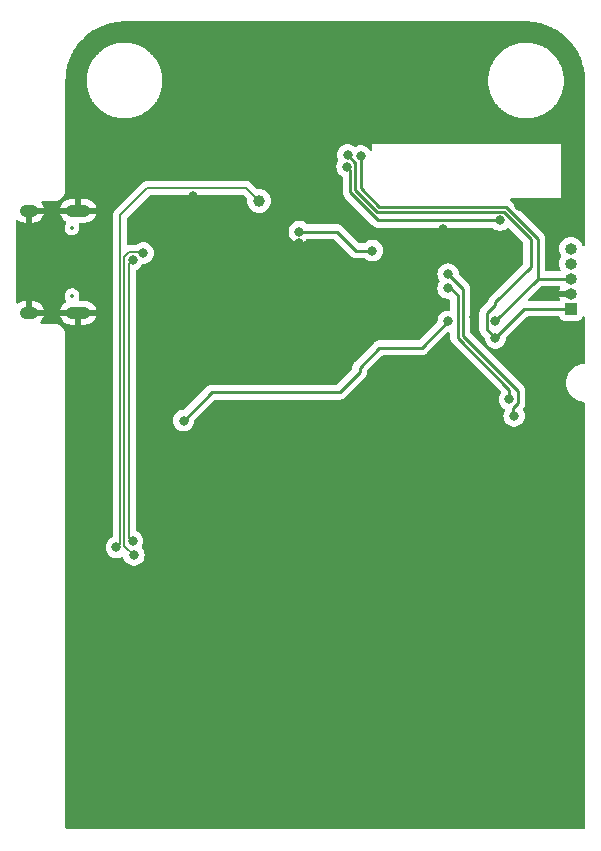
<source format=gbl>
%TF.GenerationSoftware,KiCad,Pcbnew,7.0.6-7.0.6~ubuntu20.04.1*%
%TF.CreationDate,2023-08-02T11:13:29+01:00*%
%TF.ProjectId,concept2creation,636f6e63-6570-4743-9263-72656174696f,rev?*%
%TF.SameCoordinates,Original*%
%TF.FileFunction,Copper,L2,Bot*%
%TF.FilePolarity,Positive*%
%FSLAX46Y46*%
G04 Gerber Fmt 4.6, Leading zero omitted, Abs format (unit mm)*
G04 Created by KiCad (PCBNEW 7.0.6-7.0.6~ubuntu20.04.1) date 2023-08-02 11:13:29*
%MOMM*%
%LPD*%
G01*
G04 APERTURE LIST*
G04 Aperture macros list*
%AMRoundRect*
0 Rectangle with rounded corners*
0 $1 Rounding radius*
0 $2 $3 $4 $5 $6 $7 $8 $9 X,Y pos of 4 corners*
0 Add a 4 corners polygon primitive as box body*
4,1,4,$2,$3,$4,$5,$6,$7,$8,$9,$2,$3,0*
0 Add four circle primitives for the rounded corners*
1,1,$1+$1,$2,$3*
1,1,$1+$1,$4,$5*
1,1,$1+$1,$6,$7*
1,1,$1+$1,$8,$9*
0 Add four rect primitives between the rounded corners*
20,1,$1+$1,$2,$3,$4,$5,0*
20,1,$1+$1,$4,$5,$6,$7,0*
20,1,$1+$1,$6,$7,$8,$9,0*
20,1,$1+$1,$8,$9,$2,$3,0*%
G04 Aperture macros list end*
%TA.AperFunction,ComponentPad*%
%ADD10R,1.000000X1.000000*%
%TD*%
%TA.AperFunction,ComponentPad*%
%ADD11O,1.000000X1.000000*%
%TD*%
%TA.AperFunction,ComponentPad*%
%ADD12RoundRect,0.500000X-0.550000X0.000000X-0.550000X0.000000X0.550000X0.000000X0.550000X0.000000X0*%
%TD*%
%TA.AperFunction,ComponentPad*%
%ADD13RoundRect,0.500000X-0.300000X0.000000X-0.300000X0.000000X0.300000X0.000000X0.300000X0.000000X0*%
%TD*%
%TA.AperFunction,ViaPad*%
%ADD14C,0.800000*%
%TD*%
%TA.AperFunction,ViaPad*%
%ADD15C,1.000000*%
%TD*%
%TA.AperFunction,Conductor*%
%ADD16C,0.200000*%
%TD*%
%TA.AperFunction,Conductor*%
%ADD17C,0.250000*%
%TD*%
%ADD18C,0.350000*%
%ADD19O,1.700000X0.700000*%
%ADD20O,1.300000X0.700000*%
G04 APERTURE END LIST*
D10*
%TO.P,J2,1,Pin_1*%
%TO.N,+3.3V*%
X70800000Y-88940000D03*
D11*
%TO.P,J2,2,Pin_2*%
%TO.N,GND*%
X70800000Y-87670000D03*
%TO.P,J2,3,Pin_3*%
%TO.N,/NRF/RST*%
X70800000Y-86400000D03*
%TO.P,J2,4,Pin_4*%
%TO.N,/NRF/SCK*%
X70800000Y-85130000D03*
%TO.P,J2,5,Pin_5*%
%TO.N,/NRF/SWD*%
X70800000Y-83860000D03*
%TD*%
D12*
%TO.P,J1,SHLD1,SHLD*%
%TO.N,GND*%
X29085000Y-80630000D03*
D13*
X24905000Y-80630000D03*
D12*
X29085000Y-89270000D03*
D13*
X24905000Y-89270000D03*
%TD*%
D14*
%TO.N,VBUS*%
X32314130Y-109137414D03*
D15*
X44400000Y-79800000D03*
D14*
%TO.N,GND*%
X46600000Y-88600000D03*
X34400000Y-89400000D03*
X45000000Y-73400000D03*
X59600000Y-92400000D03*
X66400000Y-80200000D03*
X38800000Y-79400000D03*
X48400000Y-94600000D03*
X60000000Y-82200000D03*
X53400000Y-82400000D03*
X66600000Y-92800000D03*
X62600000Y-89600000D03*
X41400000Y-89400000D03*
X62600000Y-86400000D03*
X47800000Y-83400000D03*
X39800000Y-83800000D03*
X34800000Y-90800000D03*
X43600000Y-87200000D03*
X36800000Y-90800000D03*
%TO.N,D+*%
X33689500Y-84800000D03*
X33689500Y-108600000D03*
%TO.N,D-*%
X34600000Y-84200000D03*
X33800000Y-109800000D03*
%TO.N,+3.3V*%
X51894772Y-75905228D03*
X64400000Y-91400000D03*
%TO.N,/NRF/RST*%
X64400000Y-90000000D03*
X53000000Y-76000000D03*
%TO.N,/TX*%
X65994772Y-98005228D03*
X60400000Y-86000000D03*
%TO.N,/RX*%
X65600000Y-96600000D03*
X60400000Y-87200000D03*
%TO.N,/WS2812*%
X64800000Y-81439500D03*
X51842784Y-76893364D03*
%TO.N,/NRF/BVOLT*%
X47800000Y-82400000D03*
X54000000Y-84000000D03*
%TO.N,/5VEN*%
X60400000Y-90000000D03*
X38000000Y-98400000D03*
%TD*%
D16*
%TO.N,VBUS*%
X43300000Y-78700000D02*
X44400000Y-79800000D01*
X32314130Y-109137414D02*
X32600000Y-108851544D01*
X34934314Y-78700000D02*
X43300000Y-78700000D01*
X32600000Y-108851544D02*
X32600000Y-81034314D01*
X32600000Y-81034314D02*
X34934314Y-78700000D01*
%TO.N,D+*%
X33689500Y-84800000D02*
X33400000Y-85089500D01*
X33400000Y-108310500D02*
X33689500Y-108600000D01*
X33400000Y-85089500D02*
X33400000Y-108310500D01*
%TO.N,D-*%
X34600000Y-84200000D02*
X34510000Y-84110000D01*
X34510000Y-84110000D02*
X33403692Y-84110000D01*
X33000000Y-84513692D02*
X33000000Y-109000000D01*
X33403692Y-84110000D02*
X33000000Y-84513692D01*
X33000000Y-109000000D02*
X33800000Y-109800000D01*
D17*
%TO.N,+3.3V*%
X67400000Y-83022254D02*
X67400000Y-85400000D01*
X51894772Y-75905228D02*
X52560000Y-76570456D01*
X65102746Y-80725000D02*
X67400000Y-83022254D01*
X66860000Y-88940000D02*
X70800000Y-88940000D01*
X64400000Y-88400000D02*
X64400000Y-88600000D01*
X52560000Y-78886332D02*
X54398668Y-80725000D01*
X64400000Y-88600000D02*
X63685000Y-89315000D01*
X54398668Y-80725000D02*
X65102746Y-80725000D01*
X52560000Y-76570456D02*
X52560000Y-78886332D01*
X63685000Y-90685000D02*
X64400000Y-91400000D01*
X67400000Y-85400000D02*
X64400000Y-88400000D01*
X64400000Y-91400000D02*
X66860000Y-88940000D01*
X63685000Y-89315000D02*
X63685000Y-90685000D01*
%TO.N,/NRF/RST*%
X65285000Y-80285000D02*
X68000000Y-83000000D01*
X68000000Y-83000000D02*
X68000000Y-86400000D01*
X53000000Y-78704078D02*
X54580922Y-80285000D01*
X53000000Y-76000000D02*
X53000000Y-78704078D01*
X68000000Y-86400000D02*
X70800000Y-86400000D01*
X64400000Y-90000000D02*
X68000000Y-86400000D01*
X54580922Y-80285000D02*
X65285000Y-80285000D01*
%TO.N,/TX*%
X61640000Y-87240000D02*
X61640000Y-91217746D01*
X66315000Y-96896163D02*
X65896163Y-97315000D01*
X61640000Y-91217746D02*
X66315000Y-95892746D01*
X65896163Y-97906619D02*
X65994772Y-98005228D01*
X60400000Y-86000000D02*
X61640000Y-87240000D01*
X65896163Y-97315000D02*
X65896163Y-97906619D01*
X66315000Y-95892746D02*
X66315000Y-96896163D01*
%TO.N,/RX*%
X65600000Y-95800000D02*
X65600000Y-96600000D01*
X60605582Y-87200000D02*
X61200000Y-87794418D01*
X60400000Y-87200000D02*
X60605582Y-87200000D01*
X61200000Y-87794418D02*
X61200000Y-91400000D01*
X61200000Y-91400000D02*
X65600000Y-95800000D01*
%TO.N,/WS2812*%
X52120000Y-77170580D02*
X52120000Y-79068586D01*
X51842784Y-76893364D02*
X52120000Y-77170580D01*
X52120000Y-79068586D02*
X54490914Y-81439500D01*
X54490914Y-81439500D02*
X64800000Y-81439500D01*
%TO.N,/NRF/BVOLT*%
X51000000Y-82400000D02*
X47800000Y-82400000D01*
X54000000Y-84000000D02*
X52600000Y-84000000D01*
X52600000Y-84000000D02*
X51000000Y-82400000D01*
%TO.N,/5VEN*%
X38000000Y-98400000D02*
X40400000Y-96000000D01*
X54582254Y-92240000D02*
X58160000Y-92240000D01*
X52915000Y-93907254D02*
X54582254Y-92240000D01*
X52915000Y-94296163D02*
X52915000Y-93907254D01*
X58160000Y-92240000D02*
X60400000Y-90000000D01*
X40400000Y-96000000D02*
X51211163Y-96000000D01*
X51211163Y-96000000D02*
X52915000Y-94296163D01*
%TD*%
%TA.AperFunction,Conductor*%
%TO.N,GND*%
G36*
X67217318Y-64609488D02*
G01*
X67415934Y-64618160D01*
X67420865Y-64618574D01*
X67636792Y-64645489D01*
X67832940Y-64671313D01*
X67837265Y-64671883D01*
X67841894Y-64672671D01*
X68054183Y-64717183D01*
X68252534Y-64761157D01*
X68256778Y-64762257D01*
X68464544Y-64824112D01*
X68658658Y-64885317D01*
X68662530Y-64886680D01*
X68864457Y-64965472D01*
X69052817Y-65043494D01*
X69056252Y-65045045D01*
X69131343Y-65081755D01*
X69250992Y-65140249D01*
X69388629Y-65211897D01*
X69432009Y-65234479D01*
X69435107Y-65236207D01*
X69621382Y-65347202D01*
X69793662Y-65456957D01*
X69796377Y-65458789D01*
X69972918Y-65584837D01*
X70135098Y-65709282D01*
X70137426Y-65711159D01*
X70303055Y-65851439D01*
X70454895Y-65990574D01*
X70609424Y-66145103D01*
X70748555Y-66296938D01*
X70763008Y-66314003D01*
X70888839Y-66462572D01*
X70890716Y-66464900D01*
X71015162Y-66627081D01*
X71141209Y-66803621D01*
X71143040Y-66806335D01*
X71252797Y-66978617D01*
X71363791Y-67164891D01*
X71365525Y-67168000D01*
X71459750Y-67349007D01*
X71516954Y-67466016D01*
X71554953Y-67543744D01*
X71556524Y-67547229D01*
X71634536Y-67735566D01*
X71713309Y-67937445D01*
X71714681Y-67941340D01*
X71775899Y-68135496D01*
X71837735Y-68343200D01*
X71838843Y-68347472D01*
X71882818Y-68545826D01*
X71927326Y-68758101D01*
X71928115Y-68762733D01*
X71954524Y-68963319D01*
X71981422Y-69179114D01*
X71981839Y-69184080D01*
X71990513Y-69382728D01*
X71999500Y-69600000D01*
X71999500Y-83531664D01*
X71979815Y-83598703D01*
X71927011Y-83644458D01*
X71857853Y-83654402D01*
X71794297Y-83625377D01*
X71756840Y-83567660D01*
X71728813Y-83475271D01*
X71635913Y-83301467D01*
X71635909Y-83301460D01*
X71510883Y-83149116D01*
X71358539Y-83024090D01*
X71358532Y-83024086D01*
X71184733Y-82931188D01*
X71184727Y-82931186D01*
X70996132Y-82873976D01*
X70996129Y-82873975D01*
X70800000Y-82854659D01*
X70603870Y-82873975D01*
X70415266Y-82931188D01*
X70241467Y-83024086D01*
X70241460Y-83024090D01*
X70089116Y-83149116D01*
X69964090Y-83301460D01*
X69964086Y-83301467D01*
X69871188Y-83475266D01*
X69813975Y-83663870D01*
X69794659Y-83860000D01*
X69813975Y-84056129D01*
X69871188Y-84244733D01*
X69964086Y-84418532D01*
X69967473Y-84423601D01*
X69965836Y-84424694D01*
X69989596Y-84480663D01*
X69977795Y-84549529D01*
X69967109Y-84566156D01*
X69967473Y-84566399D01*
X69964086Y-84571467D01*
X69871188Y-84745266D01*
X69813975Y-84933870D01*
X69794659Y-85130000D01*
X69813975Y-85326129D01*
X69813976Y-85326132D01*
X69858494Y-85472888D01*
X69871188Y-85514732D01*
X69912514Y-85592047D01*
X69926756Y-85660449D01*
X69901756Y-85725693D01*
X69845451Y-85767064D01*
X69803156Y-85774500D01*
X68749500Y-85774500D01*
X68682461Y-85754815D01*
X68636706Y-85702011D01*
X68625500Y-85650500D01*
X68625500Y-83082742D01*
X68627224Y-83067122D01*
X68626939Y-83067096D01*
X68627671Y-83059340D01*
X68627673Y-83059333D01*
X68625500Y-82990185D01*
X68625500Y-82960650D01*
X68624631Y-82953772D01*
X68624172Y-82947943D01*
X68622709Y-82901372D01*
X68617122Y-82882144D01*
X68613174Y-82863084D01*
X68610663Y-82843204D01*
X68593512Y-82799887D01*
X68591619Y-82794358D01*
X68578618Y-82749609D01*
X68578616Y-82749606D01*
X68568423Y-82732371D01*
X68559861Y-82714894D01*
X68552487Y-82696270D01*
X68552486Y-82696268D01*
X68525079Y-82658545D01*
X68521888Y-82653686D01*
X68517459Y-82646197D01*
X68498170Y-82613580D01*
X68498168Y-82613578D01*
X68498165Y-82613574D01*
X68484006Y-82599415D01*
X68471368Y-82584619D01*
X68460792Y-82570062D01*
X68459594Y-82568413D01*
X68423688Y-82538709D01*
X68419376Y-82534786D01*
X65785803Y-79901212D01*
X65775980Y-79888950D01*
X65775759Y-79889134D01*
X65770786Y-79883123D01*
X65756423Y-79869635D01*
X65720364Y-79835773D01*
X65709919Y-79825328D01*
X65699475Y-79814883D01*
X65693986Y-79810625D01*
X65689550Y-79806836D01*
X65676721Y-79794789D01*
X65641329Y-79734548D01*
X65644123Y-79664735D01*
X65684218Y-79607514D01*
X65748884Y-79581055D01*
X65761608Y-79580400D01*
X69928099Y-79580400D01*
X69941727Y-79566771D01*
X69947784Y-79546146D01*
X69998993Y-79501772D01*
X70000381Y-79500383D01*
X70000383Y-79500383D01*
X70000500Y-79500099D01*
X70000541Y-79500000D01*
X70000540Y-79499997D01*
X70000583Y-79475889D01*
X70000500Y-79475467D01*
X70000500Y-75024759D01*
X70000528Y-75024616D01*
X70000524Y-75024616D01*
X70000539Y-75000002D01*
X70000541Y-75000000D01*
X70000462Y-74999808D01*
X70000384Y-74999618D01*
X70000382Y-74999616D01*
X70000099Y-74999500D01*
X70000000Y-74999459D01*
X69975446Y-74999459D01*
X69975240Y-74999500D01*
X54024760Y-74999500D01*
X54024554Y-74999459D01*
X54000000Y-74999459D01*
X53999901Y-74999500D01*
X53999617Y-74999616D01*
X53999615Y-74999618D01*
X53999459Y-74999999D01*
X53999476Y-75024616D01*
X53999471Y-75024616D01*
X53999499Y-75024759D01*
X53999499Y-75467410D01*
X53979814Y-75534449D01*
X53927010Y-75580204D01*
X53857852Y-75590148D01*
X53794296Y-75561123D01*
X53768114Y-75529413D01*
X53732533Y-75467784D01*
X53605871Y-75327112D01*
X53605870Y-75327111D01*
X53452734Y-75215851D01*
X53452729Y-75215848D01*
X53279807Y-75138857D01*
X53279802Y-75138855D01*
X53134001Y-75107865D01*
X53094646Y-75099500D01*
X52905354Y-75099500D01*
X52872897Y-75106398D01*
X52720197Y-75138855D01*
X52569687Y-75205867D01*
X52500437Y-75215151D01*
X52446367Y-75192906D01*
X52371974Y-75138857D01*
X52347502Y-75121077D01*
X52347500Y-75121076D01*
X52347501Y-75121076D01*
X52174579Y-75044085D01*
X52174574Y-75044083D01*
X52028772Y-75013093D01*
X51989418Y-75004728D01*
X51800126Y-75004728D01*
X51767669Y-75011626D01*
X51614969Y-75044083D01*
X51614964Y-75044085D01*
X51442042Y-75121076D01*
X51442037Y-75121079D01*
X51288901Y-75232339D01*
X51162238Y-75373013D01*
X51067593Y-75536943D01*
X51067590Y-75536950D01*
X51009099Y-75716968D01*
X51009098Y-75716972D01*
X50989312Y-75905228D01*
X51009098Y-76093484D01*
X51009099Y-76093487D01*
X51067590Y-76273505D01*
X51067592Y-76273510D01*
X51067593Y-76273512D01*
X51078424Y-76292272D01*
X51094898Y-76360170D01*
X51078425Y-76416272D01*
X51015605Y-76525079D01*
X51015602Y-76525086D01*
X50959196Y-76698687D01*
X50957110Y-76705108D01*
X50937324Y-76893364D01*
X50957110Y-77081620D01*
X50957111Y-77081623D01*
X51015602Y-77261641D01*
X51015605Y-77261648D01*
X51110251Y-77425580D01*
X51236912Y-77566251D01*
X51236913Y-77566252D01*
X51390052Y-77677514D01*
X51390056Y-77677516D01*
X51420934Y-77691264D01*
X51474172Y-77736514D01*
X51494494Y-77803362D01*
X51494500Y-77804544D01*
X51494500Y-78985841D01*
X51492775Y-79001458D01*
X51493061Y-79001485D01*
X51492326Y-79009251D01*
X51494500Y-79078400D01*
X51494500Y-79107929D01*
X51494501Y-79107946D01*
X51495368Y-79114817D01*
X51495826Y-79120636D01*
X51497290Y-79167210D01*
X51497291Y-79167213D01*
X51502880Y-79186453D01*
X51506824Y-79205497D01*
X51509218Y-79224444D01*
X51509336Y-79225377D01*
X51526490Y-79268705D01*
X51528382Y-79274233D01*
X51541381Y-79318974D01*
X51551580Y-79336220D01*
X51560138Y-79353689D01*
X51567514Y-79372318D01*
X51594898Y-79410009D01*
X51598106Y-79414893D01*
X51621827Y-79455002D01*
X51621833Y-79455010D01*
X51635990Y-79469166D01*
X51648628Y-79483962D01*
X51660405Y-79500172D01*
X51660406Y-79500173D01*
X51696309Y-79529874D01*
X51700620Y-79533796D01*
X52883932Y-80717108D01*
X53990108Y-81823284D01*
X53999933Y-81835548D01*
X54000154Y-81835366D01*
X54005124Y-81841373D01*
X54005127Y-81841376D01*
X54005128Y-81841377D01*
X54055565Y-81888741D01*
X54076444Y-81909620D01*
X54081918Y-81913866D01*
X54086356Y-81917656D01*
X54120332Y-81949562D01*
X54120336Y-81949564D01*
X54137887Y-81959213D01*
X54154145Y-81969892D01*
X54169978Y-81982174D01*
X54191929Y-81991672D01*
X54212751Y-82000683D01*
X54217995Y-82003252D01*
X54258822Y-82025697D01*
X54278226Y-82030679D01*
X54296624Y-82036978D01*
X54315019Y-82044938D01*
X54361043Y-82052226D01*
X54366746Y-82053407D01*
X54411895Y-82065000D01*
X54431930Y-82065000D01*
X54451327Y-82066526D01*
X54471110Y-82069660D01*
X54517497Y-82065275D01*
X54523336Y-82065000D01*
X64096252Y-82065000D01*
X64163291Y-82084685D01*
X64188400Y-82106026D01*
X64194126Y-82112385D01*
X64194130Y-82112389D01*
X64347265Y-82223648D01*
X64347270Y-82223651D01*
X64520192Y-82300642D01*
X64520197Y-82300644D01*
X64705354Y-82340000D01*
X64705355Y-82340000D01*
X64894644Y-82340000D01*
X64894646Y-82340000D01*
X65079803Y-82300644D01*
X65252730Y-82223651D01*
X65405871Y-82112388D01*
X65413038Y-82104427D01*
X65472517Y-82067778D01*
X65542374Y-82069103D01*
X65592871Y-82099715D01*
X66738180Y-83245025D01*
X66771665Y-83306348D01*
X66774499Y-83332706D01*
X66774500Y-85089546D01*
X66754815Y-85156585D01*
X66738181Y-85177227D01*
X64016208Y-87899199D01*
X64003951Y-87909020D01*
X64004134Y-87909241D01*
X63998123Y-87914213D01*
X63950772Y-87964636D01*
X63929889Y-87985519D01*
X63929877Y-87985532D01*
X63925621Y-87991017D01*
X63921837Y-87995447D01*
X63889937Y-88029418D01*
X63889936Y-88029420D01*
X63880284Y-88046976D01*
X63869610Y-88063226D01*
X63857329Y-88079061D01*
X63857324Y-88079068D01*
X63838815Y-88121838D01*
X63836245Y-88127084D01*
X63813803Y-88167906D01*
X63808822Y-88187307D01*
X63802521Y-88205710D01*
X63794562Y-88224102D01*
X63794561Y-88224105D01*
X63787271Y-88270127D01*
X63786086Y-88275847D01*
X63776051Y-88314935D01*
X63743627Y-88371781D01*
X63301208Y-88814199D01*
X63288951Y-88824020D01*
X63289134Y-88824241D01*
X63283123Y-88829213D01*
X63235772Y-88879636D01*
X63214889Y-88900519D01*
X63214877Y-88900532D01*
X63210621Y-88906017D01*
X63206837Y-88910447D01*
X63174937Y-88944418D01*
X63174936Y-88944420D01*
X63165284Y-88961976D01*
X63154610Y-88978226D01*
X63142329Y-88994061D01*
X63142324Y-88994068D01*
X63123815Y-89036838D01*
X63121245Y-89042084D01*
X63098803Y-89082906D01*
X63093822Y-89102307D01*
X63087521Y-89120710D01*
X63079562Y-89139102D01*
X63079561Y-89139105D01*
X63072271Y-89185127D01*
X63071087Y-89190846D01*
X63059501Y-89235972D01*
X63059500Y-89235982D01*
X63059500Y-89256016D01*
X63057973Y-89275415D01*
X63054840Y-89295194D01*
X63054840Y-89295195D01*
X63059225Y-89341583D01*
X63059500Y-89347421D01*
X63059499Y-90602255D01*
X63057776Y-90617872D01*
X63058061Y-90617899D01*
X63057326Y-90625665D01*
X63059500Y-90694814D01*
X63059500Y-90724343D01*
X63059501Y-90724360D01*
X63060368Y-90731231D01*
X63060826Y-90737050D01*
X63062290Y-90783624D01*
X63062291Y-90783627D01*
X63067880Y-90802867D01*
X63071824Y-90821911D01*
X63073370Y-90834143D01*
X63074336Y-90841791D01*
X63091490Y-90885119D01*
X63093382Y-90890647D01*
X63106381Y-90935388D01*
X63116580Y-90952634D01*
X63125136Y-90970100D01*
X63132514Y-90988732D01*
X63159898Y-91026423D01*
X63163106Y-91031307D01*
X63186827Y-91071416D01*
X63186833Y-91071424D01*
X63200990Y-91085580D01*
X63213628Y-91100376D01*
X63225405Y-91116586D01*
X63225406Y-91116587D01*
X63261309Y-91146288D01*
X63265620Y-91150210D01*
X63366930Y-91251520D01*
X63461038Y-91345628D01*
X63494523Y-91406951D01*
X63496678Y-91420347D01*
X63504139Y-91491338D01*
X63514326Y-91588256D01*
X63514327Y-91588259D01*
X63572818Y-91768277D01*
X63572821Y-91768284D01*
X63667467Y-91932216D01*
X63794128Y-92072887D01*
X63794129Y-92072888D01*
X63947265Y-92184148D01*
X63947270Y-92184151D01*
X64120192Y-92261142D01*
X64120197Y-92261144D01*
X64305354Y-92300500D01*
X64305355Y-92300500D01*
X64494644Y-92300500D01*
X64494646Y-92300500D01*
X64679803Y-92261144D01*
X64852730Y-92184151D01*
X65005871Y-92072888D01*
X65132533Y-91932216D01*
X65227179Y-91768284D01*
X65285674Y-91588256D01*
X65303321Y-91420344D01*
X65329904Y-91355734D01*
X65338951Y-91345638D01*
X67082771Y-89601819D01*
X67144095Y-89568334D01*
X67170453Y-89565500D01*
X69726533Y-89565500D01*
X69793572Y-89585185D01*
X69839327Y-89637989D01*
X69842715Y-89646166D01*
X69856203Y-89682330D01*
X69856206Y-89682335D01*
X69942452Y-89797544D01*
X69942455Y-89797547D01*
X70057664Y-89883793D01*
X70057671Y-89883797D01*
X70192517Y-89934091D01*
X70192516Y-89934091D01*
X70199444Y-89934835D01*
X70252127Y-89940500D01*
X71347872Y-89940499D01*
X71407483Y-89934091D01*
X71542331Y-89883796D01*
X71657546Y-89797546D01*
X71743796Y-89682331D01*
X71759317Y-89640715D01*
X71801189Y-89584781D01*
X71866653Y-89560364D01*
X71934926Y-89575215D01*
X71984332Y-89624620D01*
X71999500Y-89684048D01*
X71999500Y-93475500D01*
X71979815Y-93542539D01*
X71927011Y-93588294D01*
X71884558Y-93597529D01*
X71884680Y-93599154D01*
X71880051Y-93599500D01*
X71642861Y-93635250D01*
X71642855Y-93635252D01*
X71497075Y-93680220D01*
X71493273Y-93681262D01*
X71426122Y-93697383D01*
X71417285Y-93702854D01*
X71417812Y-93703947D01*
X71413637Y-93705957D01*
X71413632Y-93705959D01*
X71322166Y-93750006D01*
X71279432Y-93770586D01*
X71279263Y-93770613D01*
X71278418Y-93771074D01*
X71272240Y-93774049D01*
X71260309Y-93779795D01*
X71257135Y-93781215D01*
X71205158Y-93802745D01*
X71196347Y-93810830D01*
X71069366Y-93897404D01*
X71068602Y-93897650D01*
X71065291Y-93900182D01*
X71039459Y-93917794D01*
X71036928Y-93919431D01*
X71000653Y-93941660D01*
X70993523Y-93950535D01*
X70881042Y-94054903D01*
X70879789Y-94055527D01*
X70875074Y-94060441D01*
X70838721Y-94094171D01*
X70819908Y-94110239D01*
X70814502Y-94119564D01*
X70718945Y-94239389D01*
X70717148Y-94240649D01*
X70716529Y-94241661D01*
X70712137Y-94247926D01*
X70673884Y-94295894D01*
X70673231Y-94296852D01*
X70669160Y-94302176D01*
X70667171Y-94304504D01*
X70663471Y-94313935D01*
X70586905Y-94446551D01*
X70584746Y-94448609D01*
X70583838Y-94450802D01*
X70580249Y-94458081D01*
X70553955Y-94503623D01*
X70551943Y-94507802D01*
X70551812Y-94507739D01*
X70546282Y-94518847D01*
X70543973Y-94529055D01*
X70488056Y-94671529D01*
X70485776Y-94674468D01*
X70485006Y-94677678D01*
X70482431Y-94685862D01*
X70466317Y-94726921D01*
X70466312Y-94726938D01*
X70464775Y-94733671D01*
X70459477Y-94750288D01*
X70458798Y-94759858D01*
X70424750Y-94909032D01*
X70422545Y-94912972D01*
X70419909Y-94930243D01*
X70412937Y-94960787D01*
X70411823Y-94975652D01*
X70409230Y-94992219D01*
X70409931Y-95000902D01*
X70398498Y-95153469D01*
X70396698Y-95158244D01*
X70396733Y-95177029D01*
X70395012Y-95199995D01*
X70395012Y-95199997D01*
X70396733Y-95222974D01*
X70396702Y-95238931D01*
X70398498Y-95246529D01*
X70409931Y-95399095D01*
X70408740Y-95404657D01*
X70408744Y-95404671D01*
X70411823Y-95424346D01*
X70412937Y-95439211D01*
X70419909Y-95469757D01*
X70422171Y-95484577D01*
X70424750Y-95490966D01*
X70458798Y-95640138D01*
X70458414Y-95646398D01*
X70458448Y-95646480D01*
X70464775Y-95666329D01*
X70466312Y-95673061D01*
X70466319Y-95673084D01*
X70482432Y-95714138D01*
X70485008Y-95722325D01*
X70485411Y-95724006D01*
X70488056Y-95728469D01*
X70543973Y-95870943D01*
X70544574Y-95877731D01*
X70544603Y-95877778D01*
X70551812Y-95892260D01*
X70551943Y-95892198D01*
X70553955Y-95896376D01*
X70580250Y-95941921D01*
X70583839Y-95949199D01*
X70584263Y-95950223D01*
X70586904Y-95953446D01*
X70613638Y-95999750D01*
X70663470Y-96086062D01*
X70665197Y-96093182D01*
X70669165Y-96097828D01*
X70673255Y-96103178D01*
X70673890Y-96104110D01*
X70673897Y-96104122D01*
X70673905Y-96104132D01*
X70712140Y-96152077D01*
X70716534Y-96158344D01*
X70716664Y-96158557D01*
X70718945Y-96160610D01*
X70814501Y-96280433D01*
X70817451Y-96287660D01*
X70838695Y-96305804D01*
X70875083Y-96339568D01*
X70879271Y-96343932D01*
X70881039Y-96345094D01*
X70993520Y-96449461D01*
X70997747Y-96456558D01*
X71036921Y-96480564D01*
X71039434Y-96482188D01*
X71065305Y-96499827D01*
X71068269Y-96502093D01*
X71069363Y-96502594D01*
X71196345Y-96589168D01*
X71201852Y-96595884D01*
X71257129Y-96618781D01*
X71260288Y-96620194D01*
X71278437Y-96628934D01*
X71279189Y-96629344D01*
X71279432Y-96629414D01*
X71417812Y-96696054D01*
X71416845Y-96698060D01*
X71421206Y-96701435D01*
X71493255Y-96718732D01*
X71497038Y-96719768D01*
X71642857Y-96764748D01*
X71642858Y-96764748D01*
X71642861Y-96764749D01*
X71880051Y-96800499D01*
X71880053Y-96800499D01*
X71880059Y-96800500D01*
X71880064Y-96800500D01*
X71884680Y-96800846D01*
X71884507Y-96803145D01*
X71942539Y-96820185D01*
X71988294Y-96872989D01*
X71999500Y-96924500D01*
X71999500Y-132875500D01*
X71979815Y-132942539D01*
X71927011Y-132988294D01*
X71875500Y-132999500D01*
X57112464Y-132999500D01*
X57109442Y-132999764D01*
X57104040Y-133000000D01*
X42895960Y-133000000D01*
X42890558Y-132999764D01*
X42887536Y-132999500D01*
X42887532Y-132999500D01*
X42800099Y-132999500D01*
X28124500Y-132999500D01*
X28057461Y-132979815D01*
X28011706Y-132927011D01*
X28000500Y-132875500D01*
X28000500Y-109137414D01*
X31408670Y-109137414D01*
X31428456Y-109325670D01*
X31428457Y-109325673D01*
X31486948Y-109505691D01*
X31486951Y-109505698D01*
X31581597Y-109669630D01*
X31698983Y-109800000D01*
X31708259Y-109810302D01*
X31861395Y-109921562D01*
X31861400Y-109921565D01*
X32034322Y-109998556D01*
X32034327Y-109998558D01*
X32219484Y-110037914D01*
X32219485Y-110037914D01*
X32408774Y-110037914D01*
X32408776Y-110037914D01*
X32593933Y-109998558D01*
X32750950Y-109928648D01*
X32820197Y-109919363D01*
X32883474Y-109948991D01*
X32919315Y-110003610D01*
X32972818Y-110168278D01*
X32972821Y-110168284D01*
X33067467Y-110332216D01*
X33194129Y-110472888D01*
X33347265Y-110584148D01*
X33347270Y-110584151D01*
X33520192Y-110661142D01*
X33520197Y-110661144D01*
X33705354Y-110700500D01*
X33705355Y-110700500D01*
X33894644Y-110700500D01*
X33894646Y-110700500D01*
X34079803Y-110661144D01*
X34252730Y-110584151D01*
X34405871Y-110472888D01*
X34532533Y-110332216D01*
X34627179Y-110168284D01*
X34685674Y-109988256D01*
X34705460Y-109800000D01*
X34685674Y-109611744D01*
X34627179Y-109431716D01*
X34532533Y-109267784D01*
X34477794Y-109206991D01*
X34447566Y-109144002D01*
X34456191Y-109074667D01*
X34462552Y-109062034D01*
X34516679Y-108968284D01*
X34575174Y-108788256D01*
X34594960Y-108600000D01*
X34575174Y-108411744D01*
X34516679Y-108231716D01*
X34422033Y-108067784D01*
X34295371Y-107927112D01*
X34295370Y-107927111D01*
X34142232Y-107815849D01*
X34074063Y-107785498D01*
X34020827Y-107740247D01*
X34000506Y-107673398D01*
X34000500Y-107672219D01*
X34000500Y-98400000D01*
X37094540Y-98400000D01*
X37114326Y-98588256D01*
X37114327Y-98588259D01*
X37172818Y-98768277D01*
X37172821Y-98768284D01*
X37267467Y-98932216D01*
X37394128Y-99072887D01*
X37394129Y-99072888D01*
X37547265Y-99184148D01*
X37547270Y-99184151D01*
X37720192Y-99261142D01*
X37720197Y-99261144D01*
X37905354Y-99300500D01*
X37905355Y-99300500D01*
X38094644Y-99300500D01*
X38094646Y-99300500D01*
X38279803Y-99261144D01*
X38452730Y-99184151D01*
X38605871Y-99072888D01*
X38732533Y-98932216D01*
X38827179Y-98768284D01*
X38885674Y-98588256D01*
X38903321Y-98420345D01*
X38929905Y-98355732D01*
X38938952Y-98345636D01*
X40622770Y-96661819D01*
X40684094Y-96628334D01*
X40710452Y-96625500D01*
X51128420Y-96625500D01*
X51144040Y-96627224D01*
X51144067Y-96626939D01*
X51151823Y-96627671D01*
X51151830Y-96627673D01*
X51220977Y-96625500D01*
X51250513Y-96625500D01*
X51257391Y-96624630D01*
X51263204Y-96624172D01*
X51309790Y-96622709D01*
X51329032Y-96617117D01*
X51348075Y-96613174D01*
X51367955Y-96610664D01*
X51411285Y-96593507D01*
X51416809Y-96591617D01*
X51425245Y-96589166D01*
X51461553Y-96578618D01*
X51478792Y-96568422D01*
X51496266Y-96559862D01*
X51514890Y-96552488D01*
X51514890Y-96552487D01*
X51514895Y-96552486D01*
X51552612Y-96525082D01*
X51557468Y-96521892D01*
X51597583Y-96498170D01*
X51611752Y-96483999D01*
X51626542Y-96471368D01*
X51642750Y-96459594D01*
X51672462Y-96423676D01*
X51676375Y-96419376D01*
X53298787Y-94796964D01*
X53311042Y-94787149D01*
X53310859Y-94786927D01*
X53316866Y-94781955D01*
X53316877Y-94781949D01*
X53347775Y-94749045D01*
X53364227Y-94731527D01*
X53374671Y-94721081D01*
X53385120Y-94710634D01*
X53389379Y-94705141D01*
X53393152Y-94700724D01*
X53425062Y-94666745D01*
X53434713Y-94649187D01*
X53445396Y-94632924D01*
X53457673Y-94617099D01*
X53476185Y-94574316D01*
X53478738Y-94569104D01*
X53501197Y-94528255D01*
X53506180Y-94508843D01*
X53512481Y-94490443D01*
X53520437Y-94472059D01*
X53527729Y-94426015D01*
X53528906Y-94420334D01*
X53540500Y-94375182D01*
X53540500Y-94355146D01*
X53542027Y-94335745D01*
X53545160Y-94315967D01*
X53540775Y-94269578D01*
X53540500Y-94263740D01*
X53540500Y-94217706D01*
X53560185Y-94150667D01*
X53576819Y-94130025D01*
X54805026Y-92901819D01*
X54866349Y-92868334D01*
X54892707Y-92865500D01*
X58077257Y-92865500D01*
X58092877Y-92867224D01*
X58092904Y-92866939D01*
X58100660Y-92867671D01*
X58100667Y-92867673D01*
X58169814Y-92865500D01*
X58199350Y-92865500D01*
X58206228Y-92864630D01*
X58212041Y-92864172D01*
X58258627Y-92862709D01*
X58277869Y-92857117D01*
X58296912Y-92853174D01*
X58316792Y-92850664D01*
X58360122Y-92833507D01*
X58365646Y-92831617D01*
X58369396Y-92830527D01*
X58410390Y-92818618D01*
X58427629Y-92808422D01*
X58445103Y-92799862D01*
X58463727Y-92792488D01*
X58463727Y-92792487D01*
X58463732Y-92792486D01*
X58501449Y-92765082D01*
X58506305Y-92761892D01*
X58546420Y-92738170D01*
X58560589Y-92723999D01*
X58575379Y-92711368D01*
X58591587Y-92699594D01*
X58621299Y-92663676D01*
X58625212Y-92659376D01*
X60347771Y-90936819D01*
X60409095Y-90903334D01*
X60435453Y-90900500D01*
X60450500Y-90900500D01*
X60517539Y-90920185D01*
X60563294Y-90972989D01*
X60574500Y-91024500D01*
X60574500Y-91317255D01*
X60572775Y-91332872D01*
X60573061Y-91332899D01*
X60572326Y-91340665D01*
X60574500Y-91409814D01*
X60574500Y-91439343D01*
X60574501Y-91439360D01*
X60575368Y-91446231D01*
X60575826Y-91452050D01*
X60577290Y-91498624D01*
X60577291Y-91498627D01*
X60582880Y-91517867D01*
X60586824Y-91536911D01*
X60589336Y-91556792D01*
X60606490Y-91600119D01*
X60608382Y-91605647D01*
X60620561Y-91647566D01*
X60621382Y-91650390D01*
X60627882Y-91661382D01*
X60631580Y-91667634D01*
X60640136Y-91685100D01*
X60647514Y-91703732D01*
X60674898Y-91741423D01*
X60678106Y-91746307D01*
X60701827Y-91786416D01*
X60701833Y-91786424D01*
X60715990Y-91800580D01*
X60728628Y-91815376D01*
X60740405Y-91831586D01*
X60740406Y-91831587D01*
X60776309Y-91861288D01*
X60780620Y-91865210D01*
X62812814Y-93897404D01*
X64842545Y-95927135D01*
X64876030Y-95988458D01*
X64871046Y-96058150D01*
X64862252Y-96076815D01*
X64772820Y-96231718D01*
X64772818Y-96231722D01*
X64735981Y-96345096D01*
X64714326Y-96411744D01*
X64694540Y-96600000D01*
X64714326Y-96788256D01*
X64714327Y-96788259D01*
X64772818Y-96968277D01*
X64772821Y-96968284D01*
X64867467Y-97132216D01*
X64958140Y-97232918D01*
X64994129Y-97272888D01*
X65147265Y-97384148D01*
X65147266Y-97384149D01*
X65147269Y-97384150D01*
X65147270Y-97384151D01*
X65153730Y-97387027D01*
X65206968Y-97432275D01*
X65227291Y-97499123D01*
X65210684Y-97562306D01*
X65167597Y-97636938D01*
X65167592Y-97636946D01*
X65167590Y-97636950D01*
X65138295Y-97727112D01*
X65109098Y-97816972D01*
X65089312Y-98005228D01*
X65109098Y-98193484D01*
X65109099Y-98193487D01*
X65167590Y-98373505D01*
X65167593Y-98373512D01*
X65262239Y-98537444D01*
X65388901Y-98678116D01*
X65542037Y-98789376D01*
X65542042Y-98789379D01*
X65714964Y-98866370D01*
X65714969Y-98866372D01*
X65900126Y-98905728D01*
X65900127Y-98905728D01*
X66089416Y-98905728D01*
X66089418Y-98905728D01*
X66274575Y-98866372D01*
X66447502Y-98789379D01*
X66600643Y-98678116D01*
X66727305Y-98537444D01*
X66821951Y-98373512D01*
X66880446Y-98193484D01*
X66900232Y-98005228D01*
X66880446Y-97816972D01*
X66821951Y-97636944D01*
X66821948Y-97636938D01*
X66736822Y-97489494D01*
X66720349Y-97421594D01*
X66743202Y-97355567D01*
X66753821Y-97342607D01*
X66764228Y-97331525D01*
X66785115Y-97310639D01*
X66785115Y-97310638D01*
X66785120Y-97310634D01*
X66789379Y-97305141D01*
X66793152Y-97300724D01*
X66825062Y-97266745D01*
X66834715Y-97249183D01*
X66845389Y-97232933D01*
X66857673Y-97217099D01*
X66876180Y-97174330D01*
X66878749Y-97169087D01*
X66901196Y-97128256D01*
X66901197Y-97128255D01*
X66906177Y-97108854D01*
X66912478Y-97090451D01*
X66920438Y-97072059D01*
X66927730Y-97026012D01*
X66928911Y-97020315D01*
X66940500Y-96975182D01*
X66940500Y-96955146D01*
X66942027Y-96935745D01*
X66945160Y-96915967D01*
X66940775Y-96869578D01*
X66940500Y-96863740D01*
X66940500Y-95975483D01*
X66942224Y-95959870D01*
X66941938Y-95959843D01*
X66942671Y-95952081D01*
X66942672Y-95952078D01*
X66940499Y-95882948D01*
X66940500Y-95853396D01*
X66939629Y-95846504D01*
X66939172Y-95840692D01*
X66937709Y-95794120D01*
X66937709Y-95794118D01*
X66932120Y-95774883D01*
X66928174Y-95755830D01*
X66925664Y-95735954D01*
X66908501Y-95692605D01*
X66906614Y-95687092D01*
X66902544Y-95673084D01*
X66893617Y-95642356D01*
X66883421Y-95625115D01*
X66874860Y-95607639D01*
X66867486Y-95589015D01*
X66867486Y-95589013D01*
X66857474Y-95575234D01*
X66840083Y-95551296D01*
X66836900Y-95546451D01*
X66813170Y-95506325D01*
X66813165Y-95506319D01*
X66799005Y-95492159D01*
X66786370Y-95477366D01*
X66774593Y-95461158D01*
X66738693Y-95431459D01*
X66734381Y-95427536D01*
X62301819Y-90994974D01*
X62268334Y-90933651D01*
X62265500Y-90907293D01*
X62265500Y-87322742D01*
X62267224Y-87307122D01*
X62266939Y-87307096D01*
X62267671Y-87299340D01*
X62267673Y-87299333D01*
X62265500Y-87230185D01*
X62265500Y-87200650D01*
X62264631Y-87193772D01*
X62264172Y-87187943D01*
X62262709Y-87141372D01*
X62257122Y-87122144D01*
X62253174Y-87103084D01*
X62250664Y-87083208D01*
X62250663Y-87083206D01*
X62250663Y-87083204D01*
X62233512Y-87039887D01*
X62231619Y-87034358D01*
X62218618Y-86989609D01*
X62218616Y-86989606D01*
X62208423Y-86972371D01*
X62199861Y-86954894D01*
X62192487Y-86936270D01*
X62192486Y-86936268D01*
X62165079Y-86898545D01*
X62161888Y-86893686D01*
X62138172Y-86853583D01*
X62138165Y-86853574D01*
X62124006Y-86839415D01*
X62111368Y-86824619D01*
X62099594Y-86808413D01*
X62070962Y-86784727D01*
X62063688Y-86778709D01*
X62059376Y-86774786D01*
X61338960Y-86054369D01*
X61305475Y-85993046D01*
X61303323Y-85979668D01*
X61285674Y-85811744D01*
X61227179Y-85631716D01*
X61132533Y-85467784D01*
X61005871Y-85327112D01*
X61005870Y-85327111D01*
X60852734Y-85215851D01*
X60852729Y-85215848D01*
X60679807Y-85138857D01*
X60679802Y-85138855D01*
X60534001Y-85107865D01*
X60494646Y-85099500D01*
X60305354Y-85099500D01*
X60272897Y-85106398D01*
X60120197Y-85138855D01*
X60120192Y-85138857D01*
X59947270Y-85215848D01*
X59947265Y-85215851D01*
X59794129Y-85327111D01*
X59667466Y-85467785D01*
X59572821Y-85631715D01*
X59572818Y-85631722D01*
X59526427Y-85774500D01*
X59514326Y-85811744D01*
X59494540Y-86000000D01*
X59514326Y-86188256D01*
X59514327Y-86188259D01*
X59572818Y-86368277D01*
X59572821Y-86368284D01*
X59670716Y-86537844D01*
X59668150Y-86539325D01*
X59687250Y-86593098D01*
X59671327Y-86661129D01*
X59670680Y-86662135D01*
X59670716Y-86662156D01*
X59572821Y-86831715D01*
X59572818Y-86831722D01*
X59514327Y-87011740D01*
X59514326Y-87011744D01*
X59494540Y-87200000D01*
X59514326Y-87388256D01*
X59514327Y-87388259D01*
X59572818Y-87568277D01*
X59572821Y-87568284D01*
X59667467Y-87732216D01*
X59728874Y-87800415D01*
X59794129Y-87872888D01*
X59947265Y-87984148D01*
X59947270Y-87984151D01*
X60120192Y-88061142D01*
X60120197Y-88061144D01*
X60305354Y-88100500D01*
X60305355Y-88100500D01*
X60450500Y-88100500D01*
X60517539Y-88120185D01*
X60563294Y-88172989D01*
X60574500Y-88224500D01*
X60574500Y-88975500D01*
X60554815Y-89042539D01*
X60502011Y-89088294D01*
X60450500Y-89099500D01*
X60305354Y-89099500D01*
X60272897Y-89106398D01*
X60120197Y-89138855D01*
X60120192Y-89138857D01*
X59947270Y-89215848D01*
X59947265Y-89215851D01*
X59794129Y-89327111D01*
X59667466Y-89467785D01*
X59572821Y-89631715D01*
X59572818Y-89631722D01*
X59518940Y-89797544D01*
X59514326Y-89811744D01*
X59506753Y-89883797D01*
X59496679Y-89979649D01*
X59470094Y-90044263D01*
X59461039Y-90054368D01*
X57937228Y-91578181D01*
X57875905Y-91611666D01*
X57849547Y-91614500D01*
X54664991Y-91614500D01*
X54649374Y-91612776D01*
X54649347Y-91613062D01*
X54641585Y-91612327D01*
X54572457Y-91614500D01*
X54542904Y-91614500D01*
X54542183Y-91614590D01*
X54536011Y-91615369D01*
X54530199Y-91615826D01*
X54483627Y-91617290D01*
X54483626Y-91617290D01*
X54464383Y-91622881D01*
X54445333Y-91626825D01*
X54425465Y-91629334D01*
X54425463Y-91629335D01*
X54382138Y-91646488D01*
X54376611Y-91648380D01*
X54331864Y-91661381D01*
X54331863Y-91661382D01*
X54314621Y-91671579D01*
X54297153Y-91680137D01*
X54278523Y-91687513D01*
X54278521Y-91687514D01*
X54240830Y-91714898D01*
X54235948Y-91718105D01*
X54195833Y-91741830D01*
X54181662Y-91756000D01*
X54166877Y-91768628D01*
X54150666Y-91780407D01*
X54120963Y-91816310D01*
X54117031Y-91820631D01*
X52531208Y-93406453D01*
X52518951Y-93416274D01*
X52519134Y-93416495D01*
X52513123Y-93421467D01*
X52465772Y-93471890D01*
X52444889Y-93492773D01*
X52444877Y-93492786D01*
X52440621Y-93498271D01*
X52436837Y-93502701D01*
X52404937Y-93536672D01*
X52404936Y-93536674D01*
X52395284Y-93554230D01*
X52384610Y-93570480D01*
X52372329Y-93586315D01*
X52372324Y-93586322D01*
X52353815Y-93629092D01*
X52351245Y-93634338D01*
X52328803Y-93675160D01*
X52323822Y-93694561D01*
X52317521Y-93712964D01*
X52309562Y-93731356D01*
X52309561Y-93731359D01*
X52302271Y-93777381D01*
X52301087Y-93783100D01*
X52289501Y-93828226D01*
X52289500Y-93828236D01*
X52289500Y-93848270D01*
X52287973Y-93867669D01*
X52284840Y-93887448D01*
X52284840Y-93887449D01*
X52289225Y-93933837D01*
X52289500Y-93939675D01*
X52289500Y-93985710D01*
X52269815Y-94052749D01*
X52253181Y-94073391D01*
X50988391Y-95338181D01*
X50927068Y-95371666D01*
X50900710Y-95374500D01*
X40482743Y-95374500D01*
X40467122Y-95372775D01*
X40467095Y-95373061D01*
X40459333Y-95372326D01*
X40390172Y-95374500D01*
X40360649Y-95374500D01*
X40353778Y-95375367D01*
X40347959Y-95375825D01*
X40301374Y-95377289D01*
X40301368Y-95377290D01*
X40282126Y-95382880D01*
X40263087Y-95386823D01*
X40243217Y-95389334D01*
X40243203Y-95389337D01*
X40199883Y-95406488D01*
X40194358Y-95408380D01*
X40149613Y-95421380D01*
X40149610Y-95421381D01*
X40132366Y-95431579D01*
X40114905Y-95440133D01*
X40096274Y-95447510D01*
X40096262Y-95447517D01*
X40058570Y-95474902D01*
X40053687Y-95478109D01*
X40013580Y-95501829D01*
X39999414Y-95515995D01*
X39984624Y-95528627D01*
X39968414Y-95540404D01*
X39968411Y-95540407D01*
X39938710Y-95576309D01*
X39934777Y-95580631D01*
X38052228Y-97463181D01*
X37990905Y-97496666D01*
X37964547Y-97499500D01*
X37905354Y-97499500D01*
X37872897Y-97506398D01*
X37720197Y-97538855D01*
X37720192Y-97538857D01*
X37547270Y-97615848D01*
X37547265Y-97615851D01*
X37394129Y-97727111D01*
X37267466Y-97867785D01*
X37172821Y-98031715D01*
X37172818Y-98031722D01*
X37120259Y-98193484D01*
X37114326Y-98211744D01*
X37094540Y-98400000D01*
X34000500Y-98400000D01*
X34000500Y-85727779D01*
X34020185Y-85660740D01*
X34072989Y-85614985D01*
X34073852Y-85614594D01*
X34142230Y-85584151D01*
X34295371Y-85472888D01*
X34422033Y-85332216D01*
X34440198Y-85300751D01*
X34519929Y-85162656D01*
X34522574Y-85164183D01*
X34559103Y-85120994D01*
X34625902Y-85100509D01*
X34627385Y-85100500D01*
X34694644Y-85100500D01*
X34694646Y-85100500D01*
X34879803Y-85061144D01*
X35052730Y-84984151D01*
X35205871Y-84872888D01*
X35332533Y-84732216D01*
X35427179Y-84568284D01*
X35485674Y-84388256D01*
X35505460Y-84200000D01*
X35485674Y-84011744D01*
X35427179Y-83831716D01*
X35332533Y-83667784D01*
X35205871Y-83527112D01*
X35185915Y-83512613D01*
X35052734Y-83415851D01*
X35052729Y-83415848D01*
X34879807Y-83338857D01*
X34879802Y-83338855D01*
X34734001Y-83307865D01*
X34694646Y-83299500D01*
X34505354Y-83299500D01*
X34473136Y-83306348D01*
X34320197Y-83338855D01*
X34320192Y-83338857D01*
X34147270Y-83415848D01*
X34147265Y-83415851D01*
X34050965Y-83485818D01*
X33985159Y-83509298D01*
X33978080Y-83509500D01*
X33447120Y-83509500D01*
X33439021Y-83508969D01*
X33403692Y-83504318D01*
X33364331Y-83509500D01*
X33340685Y-83512613D01*
X33271650Y-83501847D01*
X33219394Y-83455467D01*
X33200500Y-83389674D01*
X33200500Y-82400000D01*
X46894540Y-82400000D01*
X46914326Y-82588256D01*
X46914327Y-82588259D01*
X46972818Y-82768277D01*
X46972821Y-82768284D01*
X47067467Y-82932216D01*
X47169185Y-83045185D01*
X47194129Y-83072888D01*
X47347265Y-83184148D01*
X47347270Y-83184151D01*
X47520192Y-83261142D01*
X47520197Y-83261144D01*
X47705354Y-83300500D01*
X47705355Y-83300500D01*
X47894644Y-83300500D01*
X47894646Y-83300500D01*
X48079803Y-83261144D01*
X48252730Y-83184151D01*
X48405871Y-83072888D01*
X48411063Y-83067122D01*
X48411600Y-83066526D01*
X48471087Y-83029879D01*
X48503748Y-83025500D01*
X50689548Y-83025500D01*
X50756587Y-83045185D01*
X50777229Y-83061819D01*
X52099194Y-84383784D01*
X52109019Y-84396048D01*
X52109240Y-84395866D01*
X52114210Y-84401873D01*
X52114213Y-84401876D01*
X52114214Y-84401877D01*
X52164651Y-84449241D01*
X52185530Y-84470120D01*
X52191004Y-84474366D01*
X52195442Y-84478156D01*
X52229418Y-84510062D01*
X52229422Y-84510064D01*
X52246973Y-84519713D01*
X52263231Y-84530392D01*
X52279064Y-84542674D01*
X52294906Y-84549529D01*
X52321837Y-84561183D01*
X52327081Y-84563752D01*
X52367908Y-84586197D01*
X52387312Y-84591179D01*
X52405710Y-84597478D01*
X52424105Y-84605438D01*
X52470129Y-84612726D01*
X52475832Y-84613907D01*
X52520981Y-84625500D01*
X52541016Y-84625500D01*
X52560413Y-84627026D01*
X52580196Y-84630160D01*
X52626583Y-84625775D01*
X52632422Y-84625500D01*
X53296252Y-84625500D01*
X53363291Y-84645185D01*
X53388400Y-84666526D01*
X53394126Y-84672885D01*
X53394130Y-84672889D01*
X53547265Y-84784148D01*
X53547270Y-84784151D01*
X53720192Y-84861142D01*
X53720197Y-84861144D01*
X53905354Y-84900500D01*
X53905355Y-84900500D01*
X54094644Y-84900500D01*
X54094646Y-84900500D01*
X54279803Y-84861144D01*
X54452730Y-84784151D01*
X54605871Y-84672888D01*
X54732533Y-84532216D01*
X54827179Y-84368284D01*
X54885674Y-84188256D01*
X54905460Y-84000000D01*
X54885674Y-83811744D01*
X54827179Y-83631716D01*
X54732533Y-83467784D01*
X54605871Y-83327112D01*
X54605870Y-83327111D01*
X54452734Y-83215851D01*
X54452729Y-83215848D01*
X54279807Y-83138857D01*
X54279802Y-83138855D01*
X54134001Y-83107865D01*
X54094646Y-83099500D01*
X53905354Y-83099500D01*
X53872897Y-83106398D01*
X53720197Y-83138855D01*
X53720192Y-83138857D01*
X53547270Y-83215848D01*
X53547265Y-83215851D01*
X53394130Y-83327110D01*
X53394126Y-83327114D01*
X53388400Y-83333474D01*
X53328913Y-83370121D01*
X53296252Y-83374500D01*
X52910452Y-83374500D01*
X52843413Y-83354815D01*
X52822771Y-83338181D01*
X52170090Y-82685500D01*
X51500803Y-82016212D01*
X51490980Y-82003950D01*
X51490759Y-82004134D01*
X51485786Y-81998123D01*
X51468801Y-81982173D01*
X51435364Y-81950773D01*
X51424919Y-81940328D01*
X51414475Y-81929883D01*
X51408986Y-81925625D01*
X51404561Y-81921847D01*
X51370582Y-81889938D01*
X51370580Y-81889936D01*
X51370577Y-81889935D01*
X51353029Y-81880288D01*
X51336763Y-81869604D01*
X51320933Y-81857325D01*
X51278168Y-81838818D01*
X51272922Y-81836248D01*
X51232093Y-81813803D01*
X51232092Y-81813802D01*
X51212693Y-81808822D01*
X51194281Y-81802518D01*
X51175898Y-81794562D01*
X51175892Y-81794560D01*
X51129874Y-81787272D01*
X51124152Y-81786087D01*
X51079021Y-81774500D01*
X51079019Y-81774500D01*
X51058984Y-81774500D01*
X51039586Y-81772973D01*
X51032162Y-81771797D01*
X51019805Y-81769840D01*
X51019804Y-81769840D01*
X50973416Y-81774225D01*
X50967578Y-81774500D01*
X48503748Y-81774500D01*
X48436709Y-81754815D01*
X48411600Y-81733474D01*
X48405873Y-81727114D01*
X48405869Y-81727110D01*
X48252734Y-81615851D01*
X48252729Y-81615848D01*
X48079807Y-81538857D01*
X48079802Y-81538855D01*
X47932349Y-81507514D01*
X47894646Y-81499500D01*
X47705354Y-81499500D01*
X47672897Y-81506398D01*
X47520197Y-81538855D01*
X47520192Y-81538857D01*
X47347270Y-81615848D01*
X47347265Y-81615851D01*
X47194129Y-81727111D01*
X47067466Y-81867785D01*
X46972821Y-82031715D01*
X46972818Y-82031722D01*
X46914327Y-82211740D01*
X46914326Y-82211744D01*
X46894540Y-82400000D01*
X33200500Y-82400000D01*
X33200500Y-82397821D01*
X33200500Y-81334407D01*
X33220184Y-81267372D01*
X33236813Y-81246735D01*
X35146729Y-79336819D01*
X35208053Y-79303334D01*
X35234411Y-79300500D01*
X42999903Y-79300500D01*
X43066942Y-79320185D01*
X43087584Y-79336819D01*
X43367184Y-79616419D01*
X43400669Y-79677742D01*
X43402906Y-79716252D01*
X43395706Y-79789371D01*
X43394659Y-79800000D01*
X43396125Y-79814880D01*
X43413975Y-79996129D01*
X43471188Y-80184733D01*
X43564086Y-80358532D01*
X43564090Y-80358539D01*
X43689116Y-80510883D01*
X43841460Y-80635909D01*
X43841467Y-80635913D01*
X44015266Y-80728811D01*
X44015269Y-80728811D01*
X44015273Y-80728814D01*
X44203868Y-80786024D01*
X44400000Y-80805341D01*
X44596132Y-80786024D01*
X44784727Y-80728814D01*
X44806628Y-80717108D01*
X44871632Y-80682362D01*
X44958538Y-80635910D01*
X45110883Y-80510883D01*
X45235910Y-80358538D01*
X45328814Y-80184727D01*
X45386024Y-79996132D01*
X45405341Y-79800000D01*
X45386024Y-79603868D01*
X45328814Y-79415273D01*
X45328811Y-79415269D01*
X45328811Y-79415266D01*
X45235913Y-79241467D01*
X45235909Y-79241460D01*
X45110883Y-79089116D01*
X44958539Y-78964090D01*
X44958532Y-78964086D01*
X44784733Y-78871188D01*
X44784727Y-78871186D01*
X44596132Y-78813976D01*
X44596129Y-78813975D01*
X44400000Y-78794659D01*
X44399999Y-78794659D01*
X44316252Y-78802906D01*
X44247606Y-78789886D01*
X44216419Y-78767184D01*
X44035898Y-78586663D01*
X43755320Y-78306085D01*
X43749979Y-78299994D01*
X43728282Y-78271718D01*
X43602841Y-78175464D01*
X43456762Y-78114956D01*
X43456760Y-78114955D01*
X43339361Y-78099500D01*
X43300000Y-78094318D01*
X43264670Y-78098969D01*
X43256572Y-78099500D01*
X34977748Y-78099500D01*
X34969648Y-78098969D01*
X34934314Y-78094317D01*
X34934313Y-78094317D01*
X34777552Y-78114955D01*
X34631471Y-78175464D01*
X34506033Y-78271716D01*
X34484333Y-78299994D01*
X34478982Y-78306096D01*
X32206096Y-80578982D01*
X32199993Y-80584334D01*
X32171719Y-80606030D01*
X32147550Y-80637529D01*
X32075461Y-80731476D01*
X32075461Y-80731477D01*
X32014957Y-80877548D01*
X32014955Y-80877553D01*
X31994318Y-81034312D01*
X31994318Y-81034313D01*
X31998969Y-81069640D01*
X31999500Y-81077742D01*
X31999500Y-108211250D01*
X31979815Y-108278289D01*
X31927011Y-108324044D01*
X31925936Y-108324529D01*
X31861400Y-108353262D01*
X31861395Y-108353265D01*
X31708259Y-108464525D01*
X31581596Y-108605199D01*
X31486951Y-108769129D01*
X31486948Y-108769136D01*
X31428457Y-108949154D01*
X31428456Y-108949158D01*
X31408670Y-109137414D01*
X28000500Y-109137414D01*
X28000500Y-91267095D01*
X28005073Y-91251520D01*
X28000799Y-91208120D01*
X28000500Y-91202040D01*
X28000500Y-91112472D01*
X28000500Y-91112468D01*
X27989371Y-91049352D01*
X27990687Y-91037552D01*
X27983657Y-91014379D01*
X27981928Y-91007140D01*
X27978682Y-90988732D01*
X27970101Y-90940062D01*
X27941836Y-90862407D01*
X27941007Y-90849359D01*
X27932874Y-90834143D01*
X27925709Y-90818098D01*
X27910225Y-90775555D01*
X27910222Y-90775551D01*
X27910221Y-90775547D01*
X27861421Y-90691025D01*
X27857942Y-90676688D01*
X27848206Y-90664824D01*
X27836675Y-90648163D01*
X27822692Y-90623945D01*
X27819586Y-90619509D01*
X27819961Y-90619245D01*
X27810627Y-90605438D01*
X27808745Y-90601918D01*
X27790297Y-90585337D01*
X27751085Y-90538606D01*
X27744513Y-90523590D01*
X27734070Y-90515020D01*
X27717744Y-90498872D01*
X27710163Y-90489837D01*
X27701126Y-90482254D01*
X27684977Y-90465928D01*
X27680853Y-90460903D01*
X27661393Y-90448914D01*
X27614661Y-90409702D01*
X27604762Y-90394824D01*
X27594560Y-90389371D01*
X27580754Y-90380038D01*
X27580491Y-90380414D01*
X27576057Y-90377310D01*
X27576055Y-90377308D01*
X27551839Y-90363326D01*
X27535173Y-90351792D01*
X27528232Y-90346096D01*
X27508974Y-90338578D01*
X27424449Y-90289777D01*
X27424448Y-90289776D01*
X27416230Y-90286785D01*
X27381900Y-90274289D01*
X27365862Y-90267128D01*
X27355669Y-90261679D01*
X27337592Y-90258162D01*
X27259940Y-90229899D01*
X27192866Y-90218072D01*
X27185629Y-90216343D01*
X27167463Y-90210832D01*
X27150646Y-90210628D01*
X27087536Y-90199500D01*
X27087532Y-90199500D01*
X27000099Y-90199500D01*
X26997968Y-90199500D01*
X26991888Y-90199201D01*
X26955701Y-90195637D01*
X26932903Y-90199500D01*
X25995776Y-90199500D01*
X25928737Y-90179815D01*
X25882982Y-90127011D01*
X25873038Y-90057853D01*
X25902063Y-89994297D01*
X25911370Y-89985263D01*
X25911307Y-89985200D01*
X25915749Y-89980757D01*
X26044278Y-89823129D01*
X26138442Y-89642862D01*
X26173597Y-89520000D01*
X27566403Y-89520000D01*
X27601557Y-89642862D01*
X27695721Y-89823129D01*
X27824246Y-89980753D01*
X27981870Y-90109278D01*
X28162138Y-90203442D01*
X28357671Y-90259390D01*
X28357674Y-90259391D01*
X28476998Y-90270000D01*
X28835000Y-90270000D01*
X28835000Y-89620000D01*
X29335000Y-89620000D01*
X29335000Y-90270000D01*
X29693002Y-90270000D01*
X29812325Y-90259391D01*
X29812328Y-90259390D01*
X30007861Y-90203442D01*
X30188129Y-90109278D01*
X30345753Y-89980753D01*
X30474278Y-89823129D01*
X30568442Y-89642862D01*
X30603597Y-89520000D01*
X29830581Y-89520000D01*
X29882060Y-89464079D01*
X29928982Y-89357108D01*
X29938628Y-89240698D01*
X29909953Y-89127462D01*
X29846064Y-89029673D01*
X29833636Y-89020000D01*
X30603597Y-89020000D01*
X30568442Y-88897137D01*
X30474278Y-88716870D01*
X30345753Y-88559246D01*
X30188129Y-88430721D01*
X30007861Y-88336557D01*
X29812328Y-88280609D01*
X29812325Y-88280608D01*
X29693002Y-88270000D01*
X29239342Y-88270000D01*
X29172303Y-88250315D01*
X29126548Y-88197511D01*
X29116604Y-88128353D01*
X29127144Y-88093203D01*
X29135008Y-88076490D01*
X29154614Y-88034826D01*
X29184227Y-87879588D01*
X29174304Y-87721862D01*
X29125467Y-87571559D01*
X29040786Y-87438123D01*
X28925582Y-87329938D01*
X28925579Y-87329936D01*
X28925577Y-87329934D01*
X28787095Y-87253804D01*
X28787087Y-87253801D01*
X28634021Y-87214500D01*
X28634019Y-87214500D01*
X28515650Y-87214500D01*
X28515640Y-87214500D01*
X28398208Y-87229336D01*
X28398206Y-87229336D01*
X28251269Y-87287513D01*
X28251260Y-87287518D01*
X28123416Y-87380402D01*
X28123415Y-87380403D01*
X28022674Y-87502178D01*
X27955387Y-87645171D01*
X27955385Y-87645174D01*
X27938782Y-87732214D01*
X27925773Y-87800412D01*
X27925773Y-87800414D01*
X27925773Y-87800415D01*
X27931988Y-87899199D01*
X27934523Y-87939501D01*
X27935696Y-87958137D01*
X27935696Y-87958140D01*
X27948197Y-87996612D01*
X27984533Y-88108441D01*
X27984534Y-88108442D01*
X27984534Y-88108444D01*
X28065195Y-88235545D01*
X28084496Y-88302695D01*
X28064429Y-88369621D01*
X28017910Y-88411896D01*
X27981868Y-88430722D01*
X27824246Y-88559246D01*
X27695721Y-88716870D01*
X27601557Y-88897137D01*
X27566403Y-89020000D01*
X28339419Y-89020000D01*
X28287940Y-89075921D01*
X28241018Y-89182892D01*
X28231372Y-89299302D01*
X28260047Y-89412538D01*
X28323936Y-89510327D01*
X28336364Y-89520000D01*
X27566403Y-89520000D01*
X26173597Y-89520000D01*
X25450581Y-89520000D01*
X25502060Y-89464079D01*
X25548982Y-89357108D01*
X25558628Y-89240698D01*
X25529953Y-89127462D01*
X25466064Y-89029673D01*
X25453636Y-89020000D01*
X26173597Y-89020000D01*
X26138442Y-88897137D01*
X26044278Y-88716870D01*
X25915753Y-88559246D01*
X25758129Y-88430721D01*
X25577861Y-88336557D01*
X25382328Y-88280609D01*
X25382325Y-88280608D01*
X25263002Y-88270000D01*
X25155000Y-88270000D01*
X25155000Y-88920000D01*
X24655000Y-88920000D01*
X24655000Y-88270000D01*
X24546998Y-88270000D01*
X24427674Y-88280608D01*
X24427671Y-88280609D01*
X24232138Y-88336557D01*
X24051870Y-88430721D01*
X24002861Y-88470683D01*
X23938465Y-88497792D01*
X23869635Y-88485783D01*
X23818224Y-88438467D01*
X23800500Y-88374581D01*
X23800500Y-81525418D01*
X23820185Y-81458379D01*
X23872989Y-81412624D01*
X23942147Y-81402680D01*
X24002862Y-81429317D01*
X24051869Y-81469278D01*
X24232138Y-81563442D01*
X24427671Y-81619390D01*
X24427674Y-81619391D01*
X24546998Y-81630000D01*
X24655000Y-81630000D01*
X24655000Y-80980000D01*
X25155000Y-80980000D01*
X25155000Y-81630000D01*
X25263002Y-81630000D01*
X25382325Y-81619391D01*
X25382328Y-81619390D01*
X25577861Y-81563442D01*
X25758129Y-81469278D01*
X25915753Y-81340753D01*
X26044278Y-81183129D01*
X26138442Y-81002862D01*
X26173597Y-80880000D01*
X27566403Y-80880000D01*
X27601557Y-81002862D01*
X27695721Y-81183129D01*
X27824246Y-81340753D01*
X27981870Y-81469278D01*
X28020676Y-81489549D01*
X28070984Y-81538036D01*
X28087091Y-81606023D01*
X28063885Y-81671926D01*
X28058810Y-81678497D01*
X28022674Y-81722178D01*
X27955387Y-81865171D01*
X27955385Y-81865174D01*
X27940757Y-81941862D01*
X27925773Y-82020412D01*
X27925773Y-82020414D01*
X27925773Y-82020415D01*
X27935696Y-82178137D01*
X27935696Y-82178140D01*
X27960614Y-82254828D01*
X27984533Y-82328441D01*
X28069214Y-82461877D01*
X28184418Y-82570062D01*
X28184420Y-82570063D01*
X28184422Y-82570065D01*
X28322904Y-82646195D01*
X28322908Y-82646197D01*
X28475981Y-82685500D01*
X28475984Y-82685500D01*
X28594348Y-82685500D01*
X28594350Y-82685500D01*
X28594355Y-82685499D01*
X28594359Y-82685499D01*
X28607088Y-82683890D01*
X28711792Y-82670664D01*
X28858732Y-82612486D01*
X28919396Y-82568411D01*
X28986583Y-82519597D01*
X28986584Y-82519596D01*
X28986583Y-82519596D01*
X28986587Y-82519594D01*
X29087324Y-82397823D01*
X29154614Y-82254826D01*
X29184227Y-82099588D01*
X29174304Y-81941862D01*
X29125714Y-81792319D01*
X29123719Y-81722477D01*
X29159799Y-81662644D01*
X29222500Y-81631816D01*
X29243645Y-81630000D01*
X29693002Y-81630000D01*
X29812325Y-81619391D01*
X29812328Y-81619390D01*
X30007861Y-81563442D01*
X30188129Y-81469278D01*
X30345753Y-81340753D01*
X30474278Y-81183129D01*
X30568442Y-81002862D01*
X30603597Y-80880000D01*
X29830581Y-80880000D01*
X29882060Y-80824079D01*
X29928982Y-80717108D01*
X29938628Y-80600698D01*
X29909953Y-80487462D01*
X29846064Y-80389673D01*
X29833636Y-80380000D01*
X30603597Y-80380000D01*
X30568442Y-80257137D01*
X30474278Y-80076870D01*
X30345753Y-79919246D01*
X30188129Y-79790721D01*
X30007861Y-79696557D01*
X29812328Y-79640609D01*
X29812325Y-79640608D01*
X29693002Y-79630000D01*
X29335000Y-79630000D01*
X29335000Y-80280000D01*
X28835000Y-80280000D01*
X28835000Y-79630000D01*
X28476998Y-79630000D01*
X28357674Y-79640608D01*
X28357671Y-79640609D01*
X28162138Y-79696557D01*
X27981870Y-79790721D01*
X27824246Y-79919246D01*
X27695721Y-80076870D01*
X27601557Y-80257137D01*
X27566403Y-80380000D01*
X28339419Y-80380000D01*
X28287940Y-80435921D01*
X28241018Y-80542892D01*
X28231372Y-80659302D01*
X28260047Y-80772538D01*
X28323936Y-80870327D01*
X28336364Y-80880000D01*
X27566403Y-80880000D01*
X26173597Y-80880000D01*
X25450581Y-80880000D01*
X25502060Y-80824079D01*
X25548982Y-80717108D01*
X25558628Y-80600698D01*
X25529953Y-80487462D01*
X25466064Y-80389673D01*
X25453636Y-80380000D01*
X26173597Y-80380000D01*
X26138442Y-80257137D01*
X26044278Y-80076870D01*
X25983932Y-80002861D01*
X25956823Y-79938465D01*
X25968832Y-79869635D01*
X26016147Y-79818224D01*
X26080034Y-79800500D01*
X26932903Y-79800500D01*
X26948477Y-79805073D01*
X26991878Y-79800799D01*
X26997958Y-79800500D01*
X27087528Y-79800500D01*
X27087532Y-79800500D01*
X27150646Y-79789371D01*
X27162445Y-79790687D01*
X27185617Y-79783658D01*
X27192843Y-79781931D01*
X27259938Y-79770101D01*
X27259943Y-79770099D01*
X27259944Y-79770099D01*
X27336246Y-79742327D01*
X27337589Y-79741837D01*
X27350637Y-79741008D01*
X27365852Y-79732876D01*
X27381893Y-79725712D01*
X27424445Y-79710225D01*
X27508973Y-79661421D01*
X27523309Y-79657943D01*
X27535172Y-79648208D01*
X27551825Y-79636681D01*
X27576055Y-79622692D01*
X27576060Y-79622687D01*
X27580491Y-79619586D01*
X27580755Y-79619964D01*
X27594566Y-79610623D01*
X27598087Y-79608740D01*
X27614657Y-79590300D01*
X27661395Y-79551083D01*
X27676406Y-79544514D01*
X27684975Y-79534073D01*
X27701126Y-79517745D01*
X27710163Y-79510163D01*
X27717745Y-79501126D01*
X27734073Y-79484975D01*
X27739100Y-79480849D01*
X27751081Y-79461398D01*
X27790298Y-79414660D01*
X27805171Y-79404765D01*
X27810623Y-79394566D01*
X27819964Y-79380755D01*
X27819586Y-79380491D01*
X27822687Y-79376061D01*
X27822687Y-79376060D01*
X27822692Y-79376055D01*
X27836681Y-79351825D01*
X27848208Y-79335172D01*
X27853904Y-79328230D01*
X27861422Y-79308973D01*
X27881480Y-79274233D01*
X27910225Y-79224445D01*
X27925712Y-79181893D01*
X27932876Y-79165852D01*
X27938319Y-79155668D01*
X27941838Y-79137589D01*
X27950127Y-79114817D01*
X27970101Y-79059938D01*
X27981931Y-78992843D01*
X27983658Y-78985617D01*
X27989166Y-78967459D01*
X27989370Y-78950649D01*
X28000500Y-78887532D01*
X28000500Y-78800000D01*
X28000500Y-78799500D01*
X28000500Y-78797958D01*
X28000799Y-78791878D01*
X28004362Y-78755696D01*
X28000500Y-78732903D01*
X28000500Y-69599999D01*
X29794457Y-69599999D01*
X29802419Y-69741784D01*
X29802517Y-69745261D01*
X29802517Y-69779572D01*
X29806357Y-69813651D01*
X29806649Y-69817116D01*
X29814612Y-69958901D01*
X29814614Y-69958917D01*
X29838397Y-70098895D01*
X29838883Y-70102338D01*
X29840920Y-70120410D01*
X29842725Y-70136433D01*
X29846315Y-70152161D01*
X29846315Y-70152165D01*
X29850361Y-70169889D01*
X29851040Y-70173301D01*
X29874826Y-70313296D01*
X29874828Y-70313305D01*
X29914137Y-70449752D01*
X29915006Y-70453119D01*
X29922641Y-70486568D01*
X29922642Y-70486572D01*
X29927966Y-70501787D01*
X29927967Y-70501789D01*
X29927967Y-70501793D01*
X29933971Y-70518952D01*
X29935027Y-70522265D01*
X29966433Y-70631277D01*
X29974341Y-70658724D01*
X29974343Y-70658728D01*
X30028682Y-70789914D01*
X30029922Y-70793163D01*
X30041253Y-70825547D01*
X30056140Y-70856460D01*
X30057559Y-70859633D01*
X30111908Y-70990837D01*
X30180591Y-71115111D01*
X30182188Y-71118202D01*
X30190076Y-71134581D01*
X30190083Y-71134593D01*
X30197079Y-71149120D01*
X30215328Y-71178163D01*
X30217090Y-71181151D01*
X30285789Y-71305452D01*
X30367952Y-71421250D01*
X30369885Y-71424143D01*
X30379567Y-71439552D01*
X30379572Y-71439557D01*
X30388149Y-71453207D01*
X30388151Y-71453210D01*
X30388153Y-71453212D01*
X30409541Y-71480033D01*
X30411632Y-71482811D01*
X30493805Y-71598622D01*
X30588417Y-71704493D01*
X30590662Y-71707151D01*
X30602004Y-71721375D01*
X30602012Y-71721383D01*
X30612059Y-71733982D01*
X30612066Y-71733990D01*
X30623468Y-71745392D01*
X30623469Y-71745394D01*
X30636329Y-71758253D01*
X30638718Y-71760781D01*
X30733337Y-71866659D01*
X30733340Y-71866662D01*
X30839226Y-71961287D01*
X30841753Y-71963677D01*
X30866011Y-71987935D01*
X30878613Y-71997985D01*
X30878613Y-71997986D01*
X30892846Y-72009336D01*
X30895501Y-72011578D01*
X31001377Y-72106194D01*
X31117192Y-72188369D01*
X31119958Y-72190451D01*
X31126240Y-72195461D01*
X31146793Y-72211851D01*
X31146795Y-72211852D01*
X31160437Y-72220424D01*
X31160438Y-72220425D01*
X31175856Y-72230113D01*
X31178729Y-72232033D01*
X31294547Y-72314210D01*
X31294549Y-72314212D01*
X31316966Y-72326601D01*
X31418886Y-72382930D01*
X31421800Y-72384649D01*
X31450880Y-72402921D01*
X31465399Y-72409913D01*
X31465401Y-72409915D01*
X31465402Y-72409915D01*
X31481791Y-72417808D01*
X31484881Y-72419404D01*
X31609167Y-72488094D01*
X31740372Y-72542441D01*
X31743518Y-72543849D01*
X31774448Y-72558744D01*
X31806861Y-72570086D01*
X31810067Y-72571310D01*
X31941276Y-72625659D01*
X32050794Y-72657210D01*
X32077718Y-72664967D01*
X32081034Y-72666024D01*
X32098200Y-72672030D01*
X32098209Y-72672032D01*
X32113428Y-72677358D01*
X32146915Y-72685001D01*
X32150219Y-72685854D01*
X32286700Y-72725173D01*
X32426722Y-72748963D01*
X32430085Y-72749633D01*
X32463558Y-72757273D01*
X32479581Y-72759078D01*
X32479583Y-72759079D01*
X32479584Y-72759079D01*
X32485864Y-72759786D01*
X32497682Y-72761117D01*
X32501094Y-72761600D01*
X32641093Y-72785387D01*
X32782922Y-72793352D01*
X32786270Y-72793633D01*
X32820433Y-72797483D01*
X32820435Y-72797483D01*
X32854738Y-72797483D01*
X32858215Y-72797581D01*
X32911002Y-72800544D01*
X33000000Y-72805543D01*
X33092665Y-72800338D01*
X33141785Y-72797581D01*
X33145262Y-72797483D01*
X33179565Y-72797483D01*
X33179567Y-72797483D01*
X33213729Y-72793633D01*
X33217077Y-72793352D01*
X33358907Y-72785387D01*
X33498940Y-72761594D01*
X33502292Y-72761120D01*
X33536442Y-72757273D01*
X33569955Y-72749623D01*
X33573249Y-72748968D01*
X33713300Y-72725173D01*
X33849768Y-72685857D01*
X33853112Y-72684994D01*
X33886572Y-72677358D01*
X33901782Y-72672035D01*
X33901787Y-72672035D01*
X33918961Y-72666025D01*
X33922276Y-72664969D01*
X33975547Y-72649621D01*
X34058724Y-72625659D01*
X34189984Y-72571288D01*
X34193125Y-72570090D01*
X34225552Y-72558744D01*
X34256500Y-72543839D01*
X34259621Y-72542444D01*
X34390833Y-72488094D01*
X34515129Y-72419398D01*
X34518209Y-72417807D01*
X34549120Y-72402921D01*
X34578218Y-72384637D01*
X34581098Y-72382938D01*
X34705452Y-72314211D01*
X34821278Y-72232027D01*
X34824148Y-72230110D01*
X34839531Y-72220444D01*
X34853207Y-72211851D01*
X34880066Y-72190430D01*
X34882771Y-72188395D01*
X34998623Y-72106194D01*
X35104507Y-72011570D01*
X35107144Y-72009343D01*
X35121385Y-71997986D01*
X35133989Y-71987935D01*
X35158295Y-71963628D01*
X35160733Y-71961323D01*
X35266661Y-71866661D01*
X35361306Y-71760752D01*
X35363644Y-71758279D01*
X35387935Y-71733989D01*
X35409345Y-71707140D01*
X35411569Y-71704507D01*
X35506194Y-71598623D01*
X35588395Y-71482771D01*
X35590430Y-71480066D01*
X35611851Y-71453207D01*
X35630113Y-71424143D01*
X35632027Y-71421278D01*
X35714211Y-71305452D01*
X35782938Y-71181098D01*
X35784637Y-71178218D01*
X35802921Y-71149120D01*
X35817807Y-71118207D01*
X35819404Y-71115118D01*
X35819408Y-71115111D01*
X35888094Y-70990833D01*
X35942444Y-70859621D01*
X35943839Y-70856500D01*
X35958744Y-70825552D01*
X35970099Y-70793099D01*
X35971293Y-70789972D01*
X36025659Y-70658724D01*
X36064969Y-70522276D01*
X36066025Y-70518961D01*
X36072035Y-70501787D01*
X36072035Y-70501782D01*
X36077358Y-70486572D01*
X36084994Y-70453112D01*
X36085862Y-70449752D01*
X36125173Y-70313300D01*
X36148968Y-70173249D01*
X36149623Y-70169955D01*
X36157273Y-70136442D01*
X36159080Y-70120410D01*
X36159707Y-70114838D01*
X36161118Y-70102312D01*
X36161598Y-70098914D01*
X36185387Y-69958907D01*
X36193352Y-69817078D01*
X36193634Y-69813726D01*
X36197483Y-69779567D01*
X36198155Y-69731541D01*
X36205543Y-69600000D01*
X36205543Y-69599999D01*
X63794457Y-69599999D01*
X63802418Y-69741784D01*
X63802516Y-69745258D01*
X63802516Y-69779567D01*
X63802517Y-69779572D01*
X63806357Y-69813651D01*
X63806649Y-69817116D01*
X63814612Y-69958901D01*
X63814614Y-69958917D01*
X63838397Y-70098895D01*
X63838883Y-70102338D01*
X63840920Y-70120410D01*
X63842725Y-70136433D01*
X63846315Y-70152161D01*
X63846315Y-70152165D01*
X63850361Y-70169889D01*
X63851040Y-70173301D01*
X63874826Y-70313296D01*
X63874828Y-70313305D01*
X63914137Y-70449752D01*
X63915006Y-70453119D01*
X63922641Y-70486568D01*
X63922642Y-70486572D01*
X63927966Y-70501787D01*
X63927967Y-70501789D01*
X63927967Y-70501793D01*
X63933971Y-70518952D01*
X63935027Y-70522265D01*
X63966433Y-70631277D01*
X63974341Y-70658724D01*
X63974343Y-70658728D01*
X64028682Y-70789914D01*
X64029922Y-70793163D01*
X64041253Y-70825547D01*
X64056140Y-70856460D01*
X64057559Y-70859633D01*
X64111908Y-70990837D01*
X64180591Y-71115111D01*
X64182188Y-71118202D01*
X64190076Y-71134581D01*
X64190083Y-71134593D01*
X64197079Y-71149120D01*
X64215328Y-71178163D01*
X64217090Y-71181151D01*
X64285789Y-71305452D01*
X64367952Y-71421250D01*
X64369885Y-71424143D01*
X64379567Y-71439552D01*
X64379572Y-71439557D01*
X64388149Y-71453207D01*
X64388151Y-71453210D01*
X64388153Y-71453212D01*
X64409541Y-71480033D01*
X64411632Y-71482811D01*
X64493805Y-71598622D01*
X64588417Y-71704493D01*
X64590662Y-71707151D01*
X64602004Y-71721375D01*
X64602012Y-71721383D01*
X64612059Y-71733982D01*
X64612066Y-71733990D01*
X64623468Y-71745392D01*
X64623469Y-71745394D01*
X64636329Y-71758253D01*
X64638718Y-71760781D01*
X64733337Y-71866659D01*
X64733340Y-71866662D01*
X64839226Y-71961287D01*
X64841753Y-71963677D01*
X64866011Y-71987935D01*
X64878613Y-71997985D01*
X64878613Y-71997986D01*
X64892846Y-72009336D01*
X64895501Y-72011578D01*
X65001377Y-72106194D01*
X65117192Y-72188369D01*
X65119958Y-72190451D01*
X65126240Y-72195461D01*
X65146793Y-72211851D01*
X65146795Y-72211852D01*
X65160437Y-72220424D01*
X65160438Y-72220425D01*
X65175856Y-72230113D01*
X65178729Y-72232033D01*
X65294547Y-72314210D01*
X65294549Y-72314212D01*
X65316966Y-72326601D01*
X65418886Y-72382930D01*
X65421800Y-72384649D01*
X65450880Y-72402921D01*
X65465399Y-72409913D01*
X65465401Y-72409915D01*
X65465402Y-72409915D01*
X65481791Y-72417808D01*
X65484881Y-72419404D01*
X65609167Y-72488094D01*
X65740372Y-72542441D01*
X65743518Y-72543849D01*
X65774448Y-72558744D01*
X65806861Y-72570086D01*
X65810067Y-72571310D01*
X65941276Y-72625659D01*
X66050794Y-72657210D01*
X66077718Y-72664967D01*
X66081034Y-72666024D01*
X66098200Y-72672030D01*
X66098209Y-72672032D01*
X66113428Y-72677358D01*
X66146915Y-72685001D01*
X66150219Y-72685854D01*
X66286700Y-72725173D01*
X66426722Y-72748963D01*
X66430085Y-72749633D01*
X66463558Y-72757273D01*
X66479581Y-72759078D01*
X66479583Y-72759079D01*
X66479584Y-72759079D01*
X66485864Y-72759786D01*
X66497682Y-72761117D01*
X66501094Y-72761600D01*
X66641093Y-72785387D01*
X66782922Y-72793352D01*
X66786270Y-72793633D01*
X66820433Y-72797483D01*
X66820435Y-72797483D01*
X66854738Y-72797483D01*
X66858215Y-72797581D01*
X66909102Y-72800438D01*
X67000000Y-72805543D01*
X67090897Y-72800438D01*
X67141785Y-72797581D01*
X67145262Y-72797483D01*
X67179565Y-72797483D01*
X67179567Y-72797483D01*
X67213729Y-72793633D01*
X67217077Y-72793352D01*
X67358907Y-72785387D01*
X67498940Y-72761594D01*
X67502292Y-72761120D01*
X67536442Y-72757273D01*
X67569955Y-72749623D01*
X67573249Y-72748968D01*
X67713300Y-72725173D01*
X67849768Y-72685857D01*
X67853112Y-72684994D01*
X67886572Y-72677358D01*
X67901782Y-72672035D01*
X67901787Y-72672035D01*
X67918961Y-72666025D01*
X67922276Y-72664969D01*
X67975547Y-72649621D01*
X68058724Y-72625659D01*
X68189984Y-72571288D01*
X68193125Y-72570090D01*
X68225552Y-72558744D01*
X68256500Y-72543839D01*
X68259621Y-72542444D01*
X68390833Y-72488094D01*
X68515129Y-72419398D01*
X68518209Y-72417807D01*
X68549120Y-72402921D01*
X68578218Y-72384637D01*
X68581098Y-72382938D01*
X68705452Y-72314211D01*
X68821278Y-72232027D01*
X68824148Y-72230110D01*
X68839531Y-72220444D01*
X68853207Y-72211851D01*
X68880066Y-72190430D01*
X68882771Y-72188395D01*
X68998623Y-72106194D01*
X69104507Y-72011570D01*
X69107144Y-72009343D01*
X69121385Y-71997986D01*
X69133989Y-71987935D01*
X69158295Y-71963628D01*
X69160733Y-71961323D01*
X69266661Y-71866661D01*
X69361306Y-71760752D01*
X69363644Y-71758279D01*
X69387935Y-71733989D01*
X69409345Y-71707140D01*
X69411569Y-71704507D01*
X69506194Y-71598623D01*
X69588395Y-71482771D01*
X69590430Y-71480066D01*
X69611851Y-71453207D01*
X69630113Y-71424143D01*
X69632027Y-71421278D01*
X69714211Y-71305452D01*
X69782938Y-71181098D01*
X69784637Y-71178218D01*
X69802921Y-71149120D01*
X69817807Y-71118207D01*
X69819404Y-71115118D01*
X69819408Y-71115111D01*
X69888094Y-70990833D01*
X69942444Y-70859621D01*
X69943839Y-70856500D01*
X69958744Y-70825552D01*
X69970099Y-70793099D01*
X69971293Y-70789972D01*
X70025659Y-70658724D01*
X70064969Y-70522276D01*
X70066025Y-70518961D01*
X70072035Y-70501787D01*
X70072035Y-70501782D01*
X70077358Y-70486572D01*
X70084994Y-70453112D01*
X70085862Y-70449752D01*
X70125173Y-70313300D01*
X70148968Y-70173249D01*
X70149623Y-70169955D01*
X70157273Y-70136442D01*
X70159080Y-70120410D01*
X70159707Y-70114838D01*
X70161118Y-70102312D01*
X70161598Y-70098914D01*
X70185387Y-69958907D01*
X70193352Y-69817078D01*
X70193634Y-69813726D01*
X70197483Y-69779567D01*
X70198155Y-69731541D01*
X70205543Y-69600000D01*
X70198155Y-69468461D01*
X70197483Y-69420433D01*
X70193634Y-69386273D01*
X70193351Y-69382918D01*
X70185387Y-69241093D01*
X70161600Y-69101095D01*
X70161118Y-69097680D01*
X70159080Y-69079592D01*
X70159079Y-69079584D01*
X70157274Y-69063570D01*
X70157273Y-69063558D01*
X70149633Y-69030085D01*
X70148963Y-69026722D01*
X70125173Y-68886700D01*
X70085856Y-68750228D01*
X70084994Y-68746884D01*
X70077358Y-68713428D01*
X70072032Y-68698206D01*
X70066024Y-68681034D01*
X70064967Y-68677718D01*
X70034782Y-68572943D01*
X70025659Y-68541276D01*
X69971310Y-68410067D01*
X69970086Y-68406861D01*
X69958744Y-68374448D01*
X69943849Y-68343518D01*
X69942435Y-68340358D01*
X69888094Y-68209168D01*
X69888094Y-68209167D01*
X69819404Y-68084881D01*
X69817808Y-68081791D01*
X69809915Y-68065402D01*
X69809915Y-68065401D01*
X69809913Y-68065399D01*
X69802921Y-68050880D01*
X69784649Y-68021800D01*
X69782930Y-68018886D01*
X69715988Y-67897763D01*
X69714212Y-67894549D01*
X69714210Y-67894547D01*
X69632033Y-67778729D01*
X69630113Y-67775856D01*
X69620425Y-67760438D01*
X69611851Y-67746793D01*
X69590451Y-67719958D01*
X69588369Y-67717192D01*
X69506194Y-67601377D01*
X69411578Y-67495501D01*
X69409336Y-67492846D01*
X69397987Y-67478614D01*
X69397985Y-67478613D01*
X69387935Y-67466011D01*
X69363677Y-67441753D01*
X69361287Y-67439226D01*
X69266662Y-67333340D01*
X69266659Y-67333337D01*
X69160781Y-67238718D01*
X69158253Y-67236329D01*
X69145397Y-67223472D01*
X69145392Y-67223468D01*
X69133990Y-67212066D01*
X69133982Y-67212060D01*
X69121383Y-67202012D01*
X69121381Y-67202009D01*
X69107151Y-67190662D01*
X69104493Y-67188417D01*
X68998622Y-67093805D01*
X68882811Y-67011632D01*
X68880033Y-67009541D01*
X68853212Y-66988153D01*
X68853210Y-66988151D01*
X68839558Y-66979573D01*
X68839554Y-66979568D01*
X68824143Y-66969885D01*
X68821250Y-66967952D01*
X68705452Y-66885789D01*
X68581151Y-66817090D01*
X68578174Y-66815334D01*
X68549120Y-66797079D01*
X68534593Y-66790083D01*
X68534589Y-66790079D01*
X68518202Y-66782188D01*
X68515111Y-66780591D01*
X68390837Y-66711908D01*
X68390835Y-66711907D01*
X68390833Y-66711906D01*
X68369889Y-66703230D01*
X68259633Y-66657559D01*
X68256460Y-66656140D01*
X68225547Y-66641253D01*
X68193163Y-66629922D01*
X68189914Y-66628682D01*
X68172726Y-66621562D01*
X68058724Y-66574341D01*
X68031277Y-66566433D01*
X67922265Y-66535027D01*
X67918952Y-66533971D01*
X67901793Y-66527967D01*
X67901790Y-66527967D01*
X67886572Y-66522642D01*
X67886559Y-66522639D01*
X67853119Y-66515006D01*
X67849752Y-66514137D01*
X67713305Y-66474828D01*
X67713296Y-66474826D01*
X67573301Y-66451040D01*
X67569889Y-66450361D01*
X67552165Y-66446315D01*
X67552162Y-66446315D01*
X67536442Y-66442727D01*
X67536439Y-66442726D01*
X67536432Y-66442725D01*
X67520410Y-66440920D01*
X67520409Y-66440919D01*
X67520409Y-66440920D01*
X67502338Y-66438883D01*
X67498895Y-66438397D01*
X67358917Y-66414614D01*
X67358901Y-66414612D01*
X67217116Y-66406649D01*
X67213651Y-66406357D01*
X67179572Y-66402517D01*
X67179567Y-66402517D01*
X67145262Y-66402517D01*
X67141785Y-66402419D01*
X67000000Y-66394457D01*
X66858215Y-66402419D01*
X66854738Y-66402517D01*
X66820424Y-66402517D01*
X66786347Y-66406357D01*
X66782881Y-66406649D01*
X66641098Y-66414612D01*
X66641082Y-66414614D01*
X66501122Y-66438394D01*
X66497680Y-66438880D01*
X66479595Y-66440918D01*
X66479589Y-66440920D01*
X66463564Y-66442725D01*
X66463548Y-66442728D01*
X66430096Y-66450363D01*
X66426687Y-66451041D01*
X66304450Y-66471811D01*
X66286700Y-66474827D01*
X66286698Y-66474827D01*
X66286689Y-66474829D01*
X66150249Y-66514136D01*
X66146884Y-66515004D01*
X66113435Y-66522639D01*
X66113422Y-66522643D01*
X66098202Y-66527968D01*
X66081042Y-66533972D01*
X66077731Y-66535027D01*
X65941283Y-66574338D01*
X65941264Y-66574345D01*
X65810088Y-66628680D01*
X65806841Y-66629920D01*
X65789669Y-66635929D01*
X65774448Y-66641255D01*
X65743529Y-66656143D01*
X65740358Y-66657562D01*
X65609168Y-66711905D01*
X65609155Y-66711911D01*
X65484890Y-66780590D01*
X65481803Y-66782185D01*
X65465409Y-66790080D01*
X65450885Y-66797075D01*
X65450874Y-66797081D01*
X65421845Y-66815322D01*
X65418850Y-66817088D01*
X65294550Y-66885787D01*
X65178741Y-66967957D01*
X65175850Y-66969888D01*
X65160450Y-66979564D01*
X65160446Y-66979569D01*
X65146791Y-66988149D01*
X65146787Y-66988152D01*
X65129531Y-67001915D01*
X65119976Y-67009535D01*
X65117198Y-67011625D01*
X65001372Y-67093809D01*
X64895507Y-67188415D01*
X64892852Y-67190658D01*
X64878618Y-67202009D01*
X64866016Y-67212060D01*
X64866009Y-67212066D01*
X64841733Y-67236341D01*
X64839208Y-67238727D01*
X64733339Y-67333339D01*
X64638727Y-67439208D01*
X64636341Y-67441733D01*
X64612066Y-67466009D01*
X64612060Y-67466016D01*
X64602009Y-67478618D01*
X64590658Y-67492852D01*
X64588415Y-67495507D01*
X64493809Y-67601372D01*
X64411628Y-67717194D01*
X64409537Y-67719972D01*
X64388152Y-67746788D01*
X64388149Y-67746791D01*
X64379569Y-67760446D01*
X64379565Y-67760449D01*
X64369888Y-67775850D01*
X64367957Y-67778741D01*
X64285787Y-67894550D01*
X64217088Y-68018850D01*
X64215322Y-68021845D01*
X64197081Y-68050874D01*
X64197075Y-68050885D01*
X64190080Y-68065409D01*
X64182185Y-68081803D01*
X64180590Y-68084890D01*
X64111911Y-68209155D01*
X64111905Y-68209168D01*
X64057562Y-68340358D01*
X64056143Y-68343529D01*
X64041255Y-68374448D01*
X64035929Y-68389669D01*
X64029920Y-68406841D01*
X64028680Y-68410088D01*
X63974345Y-68541264D01*
X63974338Y-68541283D01*
X63935027Y-68677731D01*
X63933972Y-68681042D01*
X63927968Y-68698202D01*
X63922643Y-68713422D01*
X63922639Y-68713435D01*
X63915004Y-68746884D01*
X63914136Y-68750249D01*
X63874829Y-68886689D01*
X63874827Y-68886698D01*
X63874827Y-68886700D01*
X63874599Y-68888044D01*
X63851041Y-69026687D01*
X63850363Y-69030096D01*
X63842728Y-69063548D01*
X63842725Y-69063564D01*
X63840920Y-69079589D01*
X63840918Y-69079592D01*
X63838880Y-69097680D01*
X63838394Y-69101122D01*
X63814614Y-69241082D01*
X63814612Y-69241098D01*
X63806649Y-69382881D01*
X63806357Y-69386347D01*
X63802517Y-69420424D01*
X63802517Y-69436560D01*
X63802516Y-69454743D01*
X63802418Y-69458215D01*
X63794457Y-69599999D01*
X36205543Y-69599999D01*
X36198155Y-69468461D01*
X36197483Y-69420433D01*
X36193634Y-69386273D01*
X36193351Y-69382918D01*
X36185387Y-69241093D01*
X36161600Y-69101095D01*
X36161118Y-69097680D01*
X36159080Y-69079592D01*
X36159079Y-69079584D01*
X36157274Y-69063570D01*
X36157273Y-69063558D01*
X36149633Y-69030085D01*
X36148963Y-69026722D01*
X36125173Y-68886700D01*
X36085856Y-68750228D01*
X36084994Y-68746884D01*
X36077358Y-68713428D01*
X36072032Y-68698206D01*
X36066024Y-68681034D01*
X36064967Y-68677718D01*
X36034782Y-68572943D01*
X36025659Y-68541276D01*
X35971310Y-68410067D01*
X35970086Y-68406861D01*
X35958744Y-68374448D01*
X35943849Y-68343518D01*
X35942435Y-68340358D01*
X35888094Y-68209168D01*
X35888094Y-68209167D01*
X35819404Y-68084881D01*
X35817808Y-68081791D01*
X35809915Y-68065402D01*
X35809915Y-68065401D01*
X35809913Y-68065399D01*
X35802921Y-68050880D01*
X35784649Y-68021800D01*
X35782930Y-68018886D01*
X35715988Y-67897763D01*
X35714212Y-67894549D01*
X35714210Y-67894547D01*
X35632033Y-67778729D01*
X35630113Y-67775856D01*
X35620425Y-67760438D01*
X35611851Y-67746793D01*
X35590451Y-67719958D01*
X35588369Y-67717192D01*
X35506194Y-67601377D01*
X35411578Y-67495501D01*
X35409336Y-67492846D01*
X35397987Y-67478614D01*
X35397985Y-67478613D01*
X35387935Y-67466011D01*
X35363677Y-67441753D01*
X35361287Y-67439226D01*
X35266662Y-67333340D01*
X35266659Y-67333337D01*
X35160781Y-67238718D01*
X35158253Y-67236329D01*
X35145397Y-67223472D01*
X35145392Y-67223468D01*
X35133990Y-67212066D01*
X35133982Y-67212060D01*
X35121383Y-67202012D01*
X35121381Y-67202009D01*
X35107151Y-67190662D01*
X35104493Y-67188417D01*
X34998622Y-67093805D01*
X34882811Y-67011632D01*
X34880033Y-67009541D01*
X34853212Y-66988153D01*
X34853210Y-66988151D01*
X34839558Y-66979573D01*
X34839554Y-66979568D01*
X34824143Y-66969885D01*
X34821250Y-66967952D01*
X34705452Y-66885789D01*
X34581151Y-66817090D01*
X34578174Y-66815334D01*
X34549120Y-66797079D01*
X34534593Y-66790083D01*
X34534589Y-66790079D01*
X34518202Y-66782188D01*
X34515111Y-66780591D01*
X34390837Y-66711908D01*
X34390835Y-66711907D01*
X34390833Y-66711906D01*
X34369889Y-66703230D01*
X34259633Y-66657559D01*
X34256460Y-66656140D01*
X34225547Y-66641253D01*
X34193163Y-66629922D01*
X34189914Y-66628682D01*
X34172726Y-66621562D01*
X34058724Y-66574341D01*
X34031277Y-66566433D01*
X33922265Y-66535027D01*
X33918952Y-66533971D01*
X33901793Y-66527967D01*
X33901790Y-66527967D01*
X33886572Y-66522642D01*
X33886559Y-66522639D01*
X33853119Y-66515006D01*
X33849752Y-66514137D01*
X33713305Y-66474828D01*
X33713296Y-66474826D01*
X33573301Y-66451040D01*
X33569889Y-66450361D01*
X33552165Y-66446315D01*
X33552162Y-66446315D01*
X33536442Y-66442727D01*
X33536439Y-66442726D01*
X33536432Y-66442725D01*
X33520410Y-66440920D01*
X33520409Y-66440919D01*
X33520409Y-66440920D01*
X33502338Y-66438883D01*
X33498895Y-66438397D01*
X33358917Y-66414614D01*
X33358901Y-66414612D01*
X33217116Y-66406649D01*
X33213651Y-66406357D01*
X33179572Y-66402517D01*
X33179567Y-66402517D01*
X33145262Y-66402517D01*
X33141785Y-66402419D01*
X33012925Y-66395182D01*
X33000000Y-66394457D01*
X32999999Y-66394457D01*
X32858215Y-66402419D01*
X32854738Y-66402517D01*
X32820424Y-66402517D01*
X32786347Y-66406357D01*
X32782881Y-66406649D01*
X32641098Y-66414612D01*
X32641082Y-66414614D01*
X32501122Y-66438394D01*
X32497680Y-66438880D01*
X32479595Y-66440918D01*
X32479589Y-66440920D01*
X32463564Y-66442725D01*
X32463548Y-66442728D01*
X32430096Y-66450363D01*
X32426687Y-66451041D01*
X32304450Y-66471811D01*
X32286700Y-66474827D01*
X32286698Y-66474827D01*
X32286689Y-66474829D01*
X32150249Y-66514136D01*
X32146884Y-66515004D01*
X32113435Y-66522639D01*
X32113422Y-66522643D01*
X32098202Y-66527968D01*
X32081042Y-66533972D01*
X32077731Y-66535027D01*
X31941283Y-66574338D01*
X31941264Y-66574345D01*
X31810088Y-66628680D01*
X31806841Y-66629920D01*
X31789669Y-66635929D01*
X31774448Y-66641255D01*
X31743529Y-66656143D01*
X31740358Y-66657562D01*
X31609168Y-66711905D01*
X31609155Y-66711911D01*
X31484890Y-66780590D01*
X31481803Y-66782185D01*
X31465409Y-66790080D01*
X31450885Y-66797075D01*
X31450874Y-66797081D01*
X31421845Y-66815322D01*
X31418850Y-66817088D01*
X31294550Y-66885787D01*
X31178741Y-66967957D01*
X31175850Y-66969888D01*
X31160450Y-66979564D01*
X31160446Y-66979569D01*
X31146791Y-66988149D01*
X31146787Y-66988152D01*
X31129531Y-67001915D01*
X31119976Y-67009535D01*
X31117198Y-67011625D01*
X31001372Y-67093809D01*
X30895507Y-67188415D01*
X30892852Y-67190658D01*
X30878618Y-67202009D01*
X30866016Y-67212060D01*
X30866009Y-67212066D01*
X30841733Y-67236341D01*
X30839208Y-67238727D01*
X30733339Y-67333339D01*
X30638727Y-67439208D01*
X30636341Y-67441733D01*
X30612066Y-67466009D01*
X30612060Y-67466016D01*
X30602009Y-67478618D01*
X30590658Y-67492852D01*
X30588415Y-67495507D01*
X30493809Y-67601372D01*
X30411628Y-67717194D01*
X30409537Y-67719972D01*
X30388152Y-67746788D01*
X30388149Y-67746791D01*
X30379569Y-67760446D01*
X30379565Y-67760449D01*
X30369888Y-67775850D01*
X30367957Y-67778741D01*
X30285787Y-67894550D01*
X30217088Y-68018850D01*
X30215322Y-68021845D01*
X30197081Y-68050874D01*
X30197075Y-68050885D01*
X30190080Y-68065409D01*
X30182185Y-68081803D01*
X30180590Y-68084890D01*
X30111911Y-68209155D01*
X30111905Y-68209168D01*
X30057562Y-68340358D01*
X30056143Y-68343529D01*
X30041255Y-68374448D01*
X30035929Y-68389669D01*
X30029920Y-68406841D01*
X30028680Y-68410088D01*
X29974345Y-68541264D01*
X29974338Y-68541283D01*
X29935027Y-68677731D01*
X29933972Y-68681042D01*
X29927968Y-68698202D01*
X29922643Y-68713422D01*
X29922639Y-68713435D01*
X29915004Y-68746884D01*
X29914136Y-68750249D01*
X29874829Y-68886689D01*
X29874827Y-68886698D01*
X29874827Y-68886700D01*
X29874599Y-68888044D01*
X29851041Y-69026687D01*
X29850363Y-69030096D01*
X29842728Y-69063548D01*
X29842725Y-69063564D01*
X29840920Y-69079589D01*
X29840918Y-69079592D01*
X29838880Y-69097680D01*
X29838394Y-69101122D01*
X29814614Y-69241082D01*
X29814612Y-69241098D01*
X29806649Y-69382881D01*
X29806357Y-69386347D01*
X29802517Y-69420424D01*
X29802517Y-69454737D01*
X29802419Y-69458214D01*
X29794457Y-69599999D01*
X28000500Y-69599999D01*
X28009480Y-69382881D01*
X28009488Y-69382673D01*
X28018160Y-69184059D01*
X28018573Y-69179140D01*
X28045487Y-68963223D01*
X28071884Y-68762726D01*
X28072669Y-68758114D01*
X28117191Y-68545778D01*
X28161160Y-68347451D01*
X28162253Y-68343235D01*
X28224112Y-68135457D01*
X28285324Y-67941320D01*
X28286673Y-67937488D01*
X28365469Y-67735551D01*
X28443499Y-67547170D01*
X28445033Y-67543771D01*
X28514381Y-67401920D01*
X28540249Y-67349007D01*
X28597656Y-67238727D01*
X28634494Y-67167960D01*
X28636207Y-67164891D01*
X28747211Y-66978601D01*
X28856972Y-66806313D01*
X28858765Y-66803656D01*
X28984856Y-66627054D01*
X29109313Y-66464861D01*
X29111135Y-66462601D01*
X29251448Y-66296933D01*
X29390563Y-66145115D01*
X29545115Y-65990563D01*
X29696933Y-65851448D01*
X29862601Y-65711135D01*
X29864861Y-65709313D01*
X30027054Y-65584856D01*
X30203656Y-65458765D01*
X30206313Y-65456972D01*
X30378601Y-65347211D01*
X30564900Y-65236201D01*
X30567960Y-65234494D01*
X30685284Y-65173419D01*
X30749007Y-65140249D01*
X30823655Y-65103755D01*
X30943771Y-65045033D01*
X30947170Y-65043499D01*
X31135551Y-64965469D01*
X31337488Y-64886673D01*
X31341320Y-64885324D01*
X31535457Y-64824112D01*
X31743235Y-64762253D01*
X31747451Y-64761160D01*
X31945778Y-64717191D01*
X32158114Y-64672669D01*
X32162726Y-64671884D01*
X32363223Y-64645487D01*
X32579138Y-64618574D01*
X32584061Y-64618160D01*
X32782569Y-64609493D01*
X33000000Y-64600500D01*
X33000500Y-64600500D01*
X66999500Y-64600500D01*
X67000000Y-64600500D01*
X67217318Y-64609488D01*
G37*
%TD.AperFunction*%
%TA.AperFunction,Conductor*%
G36*
X69870761Y-87045185D02*
G01*
X69916516Y-87097989D01*
X69926460Y-87167147D01*
X69913080Y-87207953D01*
X69871652Y-87285458D01*
X69830839Y-87419999D01*
X69830840Y-87420000D01*
X70585517Y-87420000D01*
X70514199Y-87504993D01*
X70475000Y-87612694D01*
X70475000Y-87727306D01*
X70514199Y-87835007D01*
X70585517Y-87920000D01*
X69830840Y-87920000D01*
X69871651Y-88054537D01*
X69872651Y-88056407D01*
X69872878Y-88057501D01*
X69873981Y-88060162D01*
X69873476Y-88060370D01*
X69886896Y-88124809D01*
X69862564Y-88189172D01*
X69856205Y-88197666D01*
X69856203Y-88197669D01*
X69842715Y-88233834D01*
X69800843Y-88289767D01*
X69735379Y-88314184D01*
X69726533Y-88314500D01*
X67269453Y-88314500D01*
X67202414Y-88294815D01*
X67156659Y-88242011D01*
X67146715Y-88172853D01*
X67175740Y-88109297D01*
X67181772Y-88102819D01*
X68222772Y-87061819D01*
X68284095Y-87028334D01*
X68310453Y-87025500D01*
X69803722Y-87025500D01*
X69870761Y-87045185D01*
G37*
%TD.AperFunction*%
%TD*%
D18*
X32314130Y-109137414D03*
X44400000Y-79800000D03*
X46600000Y-88600000D03*
X34400000Y-89400000D03*
X45000000Y-73400000D03*
X59600000Y-92400000D03*
X66400000Y-80200000D03*
X38800000Y-79400000D03*
X48400000Y-94600000D03*
X60000000Y-82200000D03*
X53400000Y-82400000D03*
X66600000Y-92800000D03*
X62600000Y-89600000D03*
X41400000Y-89400000D03*
X62600000Y-86400000D03*
X47800000Y-83400000D03*
X39800000Y-83800000D03*
X34800000Y-90800000D03*
X43600000Y-87200000D03*
X36800000Y-90800000D03*
X33689500Y-84800000D03*
X33689500Y-108600000D03*
X34600000Y-84200000D03*
X33800000Y-109800000D03*
X51894772Y-75905228D03*
X64400000Y-91400000D03*
X64400000Y-90000000D03*
X53000000Y-76000000D03*
X65994772Y-98005228D03*
X60400000Y-86000000D03*
X65600000Y-96600000D03*
X60400000Y-87200000D03*
X64800000Y-81439500D03*
X51842784Y-76893364D03*
X47800000Y-82400000D03*
X54000000Y-84000000D03*
X60400000Y-90000000D03*
X38000000Y-98400000D03*
X70800000Y-88940000D03*
X70800000Y-87670000D03*
X70800000Y-86400000D03*
X70800000Y-85130000D03*
X70800000Y-83860000D03*
X28555000Y-82060000D03*
X28555000Y-87840000D03*
D19*
X29085000Y-80630000D03*
D20*
X24905000Y-80630000D03*
D19*
X29085000Y-89270000D03*
D20*
X24905000Y-89270000D03*
M02*

</source>
